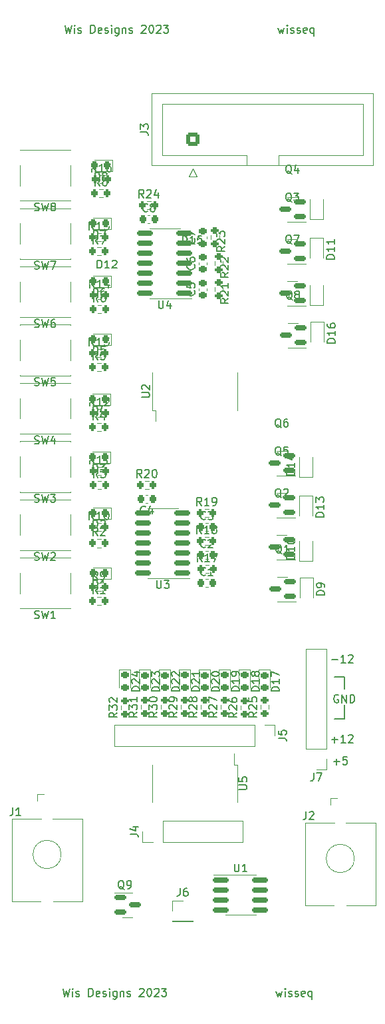
<source format=gbr>
%TF.GenerationSoftware,KiCad,Pcbnew,(6.0.5)*%
%TF.CreationDate,2023-02-22T06:39:24-08:00*%
%TF.ProjectId,wisseq,77697373-6571-42e6-9b69-6361645f7063,rev?*%
%TF.SameCoordinates,Original*%
%TF.FileFunction,Legend,Top*%
%TF.FilePolarity,Positive*%
%FSLAX46Y46*%
G04 Gerber Fmt 4.6, Leading zero omitted, Abs format (unit mm)*
G04 Created by KiCad (PCBNEW (6.0.5)) date 2023-02-22 06:39:24*
%MOMM*%
%LPD*%
G01*
G04 APERTURE LIST*
G04 Aperture macros list*
%AMRoundRect*
0 Rectangle with rounded corners*
0 $1 Rounding radius*
0 $2 $3 $4 $5 $6 $7 $8 $9 X,Y pos of 4 corners*
0 Add a 4 corners polygon primitive as box body*
4,1,4,$2,$3,$4,$5,$6,$7,$8,$9,$2,$3,0*
0 Add four circle primitives for the rounded corners*
1,1,$1+$1,$2,$3*
1,1,$1+$1,$4,$5*
1,1,$1+$1,$6,$7*
1,1,$1+$1,$8,$9*
0 Add four rect primitives between the rounded corners*
20,1,$1+$1,$2,$3,$4,$5,0*
20,1,$1+$1,$4,$5,$6,$7,0*
20,1,$1+$1,$6,$7,$8,$9,0*
20,1,$1+$1,$8,$9,$2,$3,0*%
G04 Aperture macros list end*
%ADD10C,0.150000*%
%ADD11C,0.120000*%
%ADD12R,0.800000X1.300000*%
%ADD13RoundRect,0.150000X0.825000X0.150000X-0.825000X0.150000X-0.825000X-0.150000X0.825000X-0.150000X0*%
%ADD14RoundRect,0.150000X-0.825000X-0.150000X0.825000X-0.150000X0.825000X0.150000X-0.825000X0.150000X0*%
%ADD15R,1.550000X1.300000*%
%ADD16RoundRect,0.200000X0.275000X-0.200000X0.275000X0.200000X-0.275000X0.200000X-0.275000X-0.200000X0*%
%ADD17RoundRect,0.200000X-0.200000X-0.275000X0.200000X-0.275000X0.200000X0.275000X-0.200000X0.275000X0*%
%ADD18RoundRect,0.150000X-0.587500X-0.150000X0.587500X-0.150000X0.587500X0.150000X-0.587500X0.150000X0*%
%ADD19RoundRect,0.150000X0.587500X0.150000X-0.587500X0.150000X-0.587500X-0.150000X0.587500X-0.150000X0*%
%ADD20R,1.700000X1.700000*%
%ADD21O,1.700000X1.700000*%
%ADD22RoundRect,0.250000X0.600000X-0.600000X0.600000X0.600000X-0.600000X0.600000X-0.600000X-0.600000X0*%
%ADD23C,1.700000*%
%ADD24R,1.930000X1.830000*%
%ADD25C,2.130000*%
%ADD26RoundRect,0.218750X-0.256250X0.218750X-0.256250X-0.218750X0.256250X-0.218750X0.256250X0.218750X0*%
%ADD27R,0.450000X0.600000*%
%ADD28RoundRect,0.218750X0.218750X0.256250X-0.218750X0.256250X-0.218750X-0.256250X0.218750X-0.256250X0*%
%ADD29RoundRect,0.225000X-0.225000X-0.250000X0.225000X-0.250000X0.225000X0.250000X-0.225000X0.250000X0*%
%ADD30RoundRect,0.225000X0.250000X-0.225000X0.250000X0.225000X-0.250000X0.225000X-0.250000X-0.225000X0*%
%ADD31RoundRect,0.225000X0.225000X0.250000X-0.225000X0.250000X-0.225000X-0.250000X0.225000X-0.250000X0*%
G04 APERTURE END LIST*
D10*
X56618476Y-22899714D02*
X56808952Y-23566380D01*
X56999428Y-23090190D01*
X57189904Y-23566380D01*
X57380380Y-22899714D01*
X57761333Y-23566380D02*
X57761333Y-22899714D01*
X57761333Y-22566380D02*
X57713714Y-22614000D01*
X57761333Y-22661619D01*
X57808952Y-22614000D01*
X57761333Y-22566380D01*
X57761333Y-22661619D01*
X58189904Y-23518761D02*
X58285142Y-23566380D01*
X58475619Y-23566380D01*
X58570857Y-23518761D01*
X58618476Y-23423523D01*
X58618476Y-23375904D01*
X58570857Y-23280666D01*
X58475619Y-23233047D01*
X58332761Y-23233047D01*
X58237523Y-23185428D01*
X58189904Y-23090190D01*
X58189904Y-23042571D01*
X58237523Y-22947333D01*
X58332761Y-22899714D01*
X58475619Y-22899714D01*
X58570857Y-22947333D01*
X58999428Y-23518761D02*
X59094666Y-23566380D01*
X59285142Y-23566380D01*
X59380380Y-23518761D01*
X59428000Y-23423523D01*
X59428000Y-23375904D01*
X59380380Y-23280666D01*
X59285142Y-23233047D01*
X59142285Y-23233047D01*
X59047047Y-23185428D01*
X58999428Y-23090190D01*
X58999428Y-23042571D01*
X59047047Y-22947333D01*
X59142285Y-22899714D01*
X59285142Y-22899714D01*
X59380380Y-22947333D01*
X60237523Y-23518761D02*
X60142285Y-23566380D01*
X59951809Y-23566380D01*
X59856571Y-23518761D01*
X59808952Y-23423523D01*
X59808952Y-23042571D01*
X59856571Y-22947333D01*
X59951809Y-22899714D01*
X60142285Y-22899714D01*
X60237523Y-22947333D01*
X60285142Y-23042571D01*
X60285142Y-23137809D01*
X59808952Y-23233047D01*
X61142285Y-22899714D02*
X61142285Y-23899714D01*
X61142285Y-23518761D02*
X61047047Y-23566380D01*
X60856571Y-23566380D01*
X60761333Y-23518761D01*
X60713714Y-23471142D01*
X60666095Y-23375904D01*
X60666095Y-23090190D01*
X60713714Y-22994952D01*
X60761333Y-22947333D01*
X60856571Y-22899714D01*
X61047047Y-22899714D01*
X61142285Y-22947333D01*
X29448952Y-22566380D02*
X29687047Y-23566380D01*
X29877523Y-22852095D01*
X30068000Y-23566380D01*
X30306095Y-22566380D01*
X30687047Y-23566380D02*
X30687047Y-22899714D01*
X30687047Y-22566380D02*
X30639428Y-22614000D01*
X30687047Y-22661619D01*
X30734666Y-22614000D01*
X30687047Y-22566380D01*
X30687047Y-22661619D01*
X31115619Y-23518761D02*
X31210857Y-23566380D01*
X31401333Y-23566380D01*
X31496571Y-23518761D01*
X31544190Y-23423523D01*
X31544190Y-23375904D01*
X31496571Y-23280666D01*
X31401333Y-23233047D01*
X31258476Y-23233047D01*
X31163238Y-23185428D01*
X31115619Y-23090190D01*
X31115619Y-23042571D01*
X31163238Y-22947333D01*
X31258476Y-22899714D01*
X31401333Y-22899714D01*
X31496571Y-22947333D01*
X32734666Y-23566380D02*
X32734666Y-22566380D01*
X32972761Y-22566380D01*
X33115619Y-22614000D01*
X33210857Y-22709238D01*
X33258476Y-22804476D01*
X33306095Y-22994952D01*
X33306095Y-23137809D01*
X33258476Y-23328285D01*
X33210857Y-23423523D01*
X33115619Y-23518761D01*
X32972761Y-23566380D01*
X32734666Y-23566380D01*
X34115619Y-23518761D02*
X34020380Y-23566380D01*
X33829904Y-23566380D01*
X33734666Y-23518761D01*
X33687047Y-23423523D01*
X33687047Y-23042571D01*
X33734666Y-22947333D01*
X33829904Y-22899714D01*
X34020380Y-22899714D01*
X34115619Y-22947333D01*
X34163238Y-23042571D01*
X34163238Y-23137809D01*
X33687047Y-23233047D01*
X34544190Y-23518761D02*
X34639428Y-23566380D01*
X34829904Y-23566380D01*
X34925142Y-23518761D01*
X34972761Y-23423523D01*
X34972761Y-23375904D01*
X34925142Y-23280666D01*
X34829904Y-23233047D01*
X34687047Y-23233047D01*
X34591809Y-23185428D01*
X34544190Y-23090190D01*
X34544190Y-23042571D01*
X34591809Y-22947333D01*
X34687047Y-22899714D01*
X34829904Y-22899714D01*
X34925142Y-22947333D01*
X35401333Y-23566380D02*
X35401333Y-22899714D01*
X35401333Y-22566380D02*
X35353714Y-22614000D01*
X35401333Y-22661619D01*
X35448952Y-22614000D01*
X35401333Y-22566380D01*
X35401333Y-22661619D01*
X36306095Y-22899714D02*
X36306095Y-23709238D01*
X36258476Y-23804476D01*
X36210857Y-23852095D01*
X36115619Y-23899714D01*
X35972761Y-23899714D01*
X35877523Y-23852095D01*
X36306095Y-23518761D02*
X36210857Y-23566380D01*
X36020380Y-23566380D01*
X35925142Y-23518761D01*
X35877523Y-23471142D01*
X35829904Y-23375904D01*
X35829904Y-23090190D01*
X35877523Y-22994952D01*
X35925142Y-22947333D01*
X36020380Y-22899714D01*
X36210857Y-22899714D01*
X36306095Y-22947333D01*
X36782285Y-22899714D02*
X36782285Y-23566380D01*
X36782285Y-22994952D02*
X36829904Y-22947333D01*
X36925142Y-22899714D01*
X37068000Y-22899714D01*
X37163238Y-22947333D01*
X37210857Y-23042571D01*
X37210857Y-23566380D01*
X37639428Y-23518761D02*
X37734666Y-23566380D01*
X37925142Y-23566380D01*
X38020380Y-23518761D01*
X38068000Y-23423523D01*
X38068000Y-23375904D01*
X38020380Y-23280666D01*
X37925142Y-23233047D01*
X37782285Y-23233047D01*
X37687047Y-23185428D01*
X37639428Y-23090190D01*
X37639428Y-23042571D01*
X37687047Y-22947333D01*
X37782285Y-22899714D01*
X37925142Y-22899714D01*
X38020380Y-22947333D01*
X39210857Y-22661619D02*
X39258476Y-22614000D01*
X39353714Y-22566380D01*
X39591809Y-22566380D01*
X39687047Y-22614000D01*
X39734666Y-22661619D01*
X39782285Y-22756857D01*
X39782285Y-22852095D01*
X39734666Y-22994952D01*
X39163238Y-23566380D01*
X39782285Y-23566380D01*
X40401333Y-22566380D02*
X40496571Y-22566380D01*
X40591809Y-22614000D01*
X40639428Y-22661619D01*
X40687047Y-22756857D01*
X40734666Y-22947333D01*
X40734666Y-23185428D01*
X40687047Y-23375904D01*
X40639428Y-23471142D01*
X40591809Y-23518761D01*
X40496571Y-23566380D01*
X40401333Y-23566380D01*
X40306095Y-23518761D01*
X40258476Y-23471142D01*
X40210857Y-23375904D01*
X40163238Y-23185428D01*
X40163238Y-22947333D01*
X40210857Y-22756857D01*
X40258476Y-22661619D01*
X40306095Y-22614000D01*
X40401333Y-22566380D01*
X41115619Y-22661619D02*
X41163238Y-22614000D01*
X41258476Y-22566380D01*
X41496571Y-22566380D01*
X41591809Y-22614000D01*
X41639428Y-22661619D01*
X41687047Y-22756857D01*
X41687047Y-22852095D01*
X41639428Y-22994952D01*
X41068000Y-23566380D01*
X41687047Y-23566380D01*
X42020380Y-22566380D02*
X42639428Y-22566380D01*
X42306095Y-22947333D01*
X42448952Y-22947333D01*
X42544190Y-22994952D01*
X42591809Y-23042571D01*
X42639428Y-23137809D01*
X42639428Y-23375904D01*
X42591809Y-23471142D01*
X42544190Y-23518761D01*
X42448952Y-23566380D01*
X42163238Y-23566380D01*
X42068000Y-23518761D01*
X42020380Y-23471142D01*
X56364476Y-145327714D02*
X56554952Y-145994380D01*
X56745428Y-145518190D01*
X56935904Y-145994380D01*
X57126380Y-145327714D01*
X57507333Y-145994380D02*
X57507333Y-145327714D01*
X57507333Y-144994380D02*
X57459714Y-145042000D01*
X57507333Y-145089619D01*
X57554952Y-145042000D01*
X57507333Y-144994380D01*
X57507333Y-145089619D01*
X57935904Y-145946761D02*
X58031142Y-145994380D01*
X58221619Y-145994380D01*
X58316857Y-145946761D01*
X58364476Y-145851523D01*
X58364476Y-145803904D01*
X58316857Y-145708666D01*
X58221619Y-145661047D01*
X58078761Y-145661047D01*
X57983523Y-145613428D01*
X57935904Y-145518190D01*
X57935904Y-145470571D01*
X57983523Y-145375333D01*
X58078761Y-145327714D01*
X58221619Y-145327714D01*
X58316857Y-145375333D01*
X58745428Y-145946761D02*
X58840666Y-145994380D01*
X59031142Y-145994380D01*
X59126380Y-145946761D01*
X59174000Y-145851523D01*
X59174000Y-145803904D01*
X59126380Y-145708666D01*
X59031142Y-145661047D01*
X58888285Y-145661047D01*
X58793047Y-145613428D01*
X58745428Y-145518190D01*
X58745428Y-145470571D01*
X58793047Y-145375333D01*
X58888285Y-145327714D01*
X59031142Y-145327714D01*
X59126380Y-145375333D01*
X59983523Y-145946761D02*
X59888285Y-145994380D01*
X59697809Y-145994380D01*
X59602571Y-145946761D01*
X59554952Y-145851523D01*
X59554952Y-145470571D01*
X59602571Y-145375333D01*
X59697809Y-145327714D01*
X59888285Y-145327714D01*
X59983523Y-145375333D01*
X60031142Y-145470571D01*
X60031142Y-145565809D01*
X59554952Y-145661047D01*
X60888285Y-145327714D02*
X60888285Y-146327714D01*
X60888285Y-145946761D02*
X60793047Y-145994380D01*
X60602571Y-145994380D01*
X60507333Y-145946761D01*
X60459714Y-145899142D01*
X60412095Y-145803904D01*
X60412095Y-145518190D01*
X60459714Y-145422952D01*
X60507333Y-145375333D01*
X60602571Y-145327714D01*
X60793047Y-145327714D01*
X60888285Y-145375333D01*
X29194952Y-144994380D02*
X29433047Y-145994380D01*
X29623523Y-145280095D01*
X29814000Y-145994380D01*
X30052095Y-144994380D01*
X30433047Y-145994380D02*
X30433047Y-145327714D01*
X30433047Y-144994380D02*
X30385428Y-145042000D01*
X30433047Y-145089619D01*
X30480666Y-145042000D01*
X30433047Y-144994380D01*
X30433047Y-145089619D01*
X30861619Y-145946761D02*
X30956857Y-145994380D01*
X31147333Y-145994380D01*
X31242571Y-145946761D01*
X31290190Y-145851523D01*
X31290190Y-145803904D01*
X31242571Y-145708666D01*
X31147333Y-145661047D01*
X31004476Y-145661047D01*
X30909238Y-145613428D01*
X30861619Y-145518190D01*
X30861619Y-145470571D01*
X30909238Y-145375333D01*
X31004476Y-145327714D01*
X31147333Y-145327714D01*
X31242571Y-145375333D01*
X32480666Y-145994380D02*
X32480666Y-144994380D01*
X32718761Y-144994380D01*
X32861619Y-145042000D01*
X32956857Y-145137238D01*
X33004476Y-145232476D01*
X33052095Y-145422952D01*
X33052095Y-145565809D01*
X33004476Y-145756285D01*
X32956857Y-145851523D01*
X32861619Y-145946761D01*
X32718761Y-145994380D01*
X32480666Y-145994380D01*
X33861619Y-145946761D02*
X33766380Y-145994380D01*
X33575904Y-145994380D01*
X33480666Y-145946761D01*
X33433047Y-145851523D01*
X33433047Y-145470571D01*
X33480666Y-145375333D01*
X33575904Y-145327714D01*
X33766380Y-145327714D01*
X33861619Y-145375333D01*
X33909238Y-145470571D01*
X33909238Y-145565809D01*
X33433047Y-145661047D01*
X34290190Y-145946761D02*
X34385428Y-145994380D01*
X34575904Y-145994380D01*
X34671142Y-145946761D01*
X34718761Y-145851523D01*
X34718761Y-145803904D01*
X34671142Y-145708666D01*
X34575904Y-145661047D01*
X34433047Y-145661047D01*
X34337809Y-145613428D01*
X34290190Y-145518190D01*
X34290190Y-145470571D01*
X34337809Y-145375333D01*
X34433047Y-145327714D01*
X34575904Y-145327714D01*
X34671142Y-145375333D01*
X35147333Y-145994380D02*
X35147333Y-145327714D01*
X35147333Y-144994380D02*
X35099714Y-145042000D01*
X35147333Y-145089619D01*
X35194952Y-145042000D01*
X35147333Y-144994380D01*
X35147333Y-145089619D01*
X36052095Y-145327714D02*
X36052095Y-146137238D01*
X36004476Y-146232476D01*
X35956857Y-146280095D01*
X35861619Y-146327714D01*
X35718761Y-146327714D01*
X35623523Y-146280095D01*
X36052095Y-145946761D02*
X35956857Y-145994380D01*
X35766380Y-145994380D01*
X35671142Y-145946761D01*
X35623523Y-145899142D01*
X35575904Y-145803904D01*
X35575904Y-145518190D01*
X35623523Y-145422952D01*
X35671142Y-145375333D01*
X35766380Y-145327714D01*
X35956857Y-145327714D01*
X36052095Y-145375333D01*
X36528285Y-145327714D02*
X36528285Y-145994380D01*
X36528285Y-145422952D02*
X36575904Y-145375333D01*
X36671142Y-145327714D01*
X36814000Y-145327714D01*
X36909238Y-145375333D01*
X36956857Y-145470571D01*
X36956857Y-145994380D01*
X37385428Y-145946761D02*
X37480666Y-145994380D01*
X37671142Y-145994380D01*
X37766380Y-145946761D01*
X37814000Y-145851523D01*
X37814000Y-145803904D01*
X37766380Y-145708666D01*
X37671142Y-145661047D01*
X37528285Y-145661047D01*
X37433047Y-145613428D01*
X37385428Y-145518190D01*
X37385428Y-145470571D01*
X37433047Y-145375333D01*
X37528285Y-145327714D01*
X37671142Y-145327714D01*
X37766380Y-145375333D01*
X38956857Y-145089619D02*
X39004476Y-145042000D01*
X39099714Y-144994380D01*
X39337809Y-144994380D01*
X39433047Y-145042000D01*
X39480666Y-145089619D01*
X39528285Y-145184857D01*
X39528285Y-145280095D01*
X39480666Y-145422952D01*
X38909238Y-145994380D01*
X39528285Y-145994380D01*
X40147333Y-144994380D02*
X40242571Y-144994380D01*
X40337809Y-145042000D01*
X40385428Y-145089619D01*
X40433047Y-145184857D01*
X40480666Y-145375333D01*
X40480666Y-145613428D01*
X40433047Y-145803904D01*
X40385428Y-145899142D01*
X40337809Y-145946761D01*
X40242571Y-145994380D01*
X40147333Y-145994380D01*
X40052095Y-145946761D01*
X40004476Y-145899142D01*
X39956857Y-145803904D01*
X39909238Y-145613428D01*
X39909238Y-145375333D01*
X39956857Y-145184857D01*
X40004476Y-145089619D01*
X40052095Y-145042000D01*
X40147333Y-144994380D01*
X40861619Y-145089619D02*
X40909238Y-145042000D01*
X41004476Y-144994380D01*
X41242571Y-144994380D01*
X41337809Y-145042000D01*
X41385428Y-145089619D01*
X41433047Y-145184857D01*
X41433047Y-145280095D01*
X41385428Y-145422952D01*
X40814000Y-145994380D01*
X41433047Y-145994380D01*
X41766380Y-144994380D02*
X42385428Y-144994380D01*
X42052095Y-145375333D01*
X42194952Y-145375333D01*
X42290190Y-145422952D01*
X42337809Y-145470571D01*
X42385428Y-145565809D01*
X42385428Y-145803904D01*
X42337809Y-145899142D01*
X42290190Y-145946761D01*
X42194952Y-145994380D01*
X41909238Y-145994380D01*
X41814000Y-145946761D01*
X41766380Y-145899142D01*
X65024000Y-110744000D02*
X65024000Y-108966000D01*
X63754000Y-110744000D02*
X65024000Y-110744000D01*
X65024000Y-105410000D02*
X63754000Y-105410000D01*
X65024000Y-106934000D02*
X65024000Y-105410000D01*
X64262095Y-107704000D02*
X64166857Y-107656380D01*
X64024000Y-107656380D01*
X63881142Y-107704000D01*
X63785904Y-107799238D01*
X63738285Y-107894476D01*
X63690666Y-108084952D01*
X63690666Y-108227809D01*
X63738285Y-108418285D01*
X63785904Y-108513523D01*
X63881142Y-108608761D01*
X64024000Y-108656380D01*
X64119238Y-108656380D01*
X64262095Y-108608761D01*
X64309714Y-108561142D01*
X64309714Y-108227809D01*
X64119238Y-108227809D01*
X64738285Y-108656380D02*
X64738285Y-107656380D01*
X65309714Y-108656380D01*
X65309714Y-107656380D01*
X65785904Y-108656380D02*
X65785904Y-107656380D01*
X66024000Y-107656380D01*
X66166857Y-107704000D01*
X66262095Y-107799238D01*
X66309714Y-107894476D01*
X66357333Y-108084952D01*
X66357333Y-108227809D01*
X66309714Y-108418285D01*
X66262095Y-108513523D01*
X66166857Y-108608761D01*
X66024000Y-108656380D01*
X65785904Y-108656380D01*
X63658857Y-116149428D02*
X64420761Y-116149428D01*
X64039809Y-116530380D02*
X64039809Y-115768476D01*
X65373142Y-115530380D02*
X64896952Y-115530380D01*
X64849333Y-116006571D01*
X64896952Y-115958952D01*
X64992190Y-115911333D01*
X65230285Y-115911333D01*
X65325523Y-115958952D01*
X65373142Y-116006571D01*
X65420761Y-116101809D01*
X65420761Y-116339904D01*
X65373142Y-116435142D01*
X65325523Y-116482761D01*
X65230285Y-116530380D01*
X64992190Y-116530380D01*
X64896952Y-116482761D01*
X64849333Y-116435142D01*
X63436666Y-113355428D02*
X64198571Y-113355428D01*
X63817619Y-113736380D02*
X63817619Y-112974476D01*
X65198571Y-113736380D02*
X64627142Y-113736380D01*
X64912857Y-113736380D02*
X64912857Y-112736380D01*
X64817619Y-112879238D01*
X64722380Y-112974476D01*
X64627142Y-113022095D01*
X65579523Y-112831619D02*
X65627142Y-112784000D01*
X65722380Y-112736380D01*
X65960476Y-112736380D01*
X66055714Y-112784000D01*
X66103333Y-112831619D01*
X66150952Y-112926857D01*
X66150952Y-113022095D01*
X66103333Y-113164952D01*
X65531904Y-113736380D01*
X66150952Y-113736380D01*
X63436666Y-103195428D02*
X64198571Y-103195428D01*
X65198571Y-103576380D02*
X64627142Y-103576380D01*
X64912857Y-103576380D02*
X64912857Y-102576380D01*
X64817619Y-102719238D01*
X64722380Y-102814476D01*
X64627142Y-102862095D01*
X65579523Y-102671619D02*
X65627142Y-102624000D01*
X65722380Y-102576380D01*
X65960476Y-102576380D01*
X66055714Y-102624000D01*
X66103333Y-102671619D01*
X66150952Y-102766857D01*
X66150952Y-102862095D01*
X66103333Y-103004952D01*
X65531904Y-103576380D01*
X66150952Y-103576380D01*
%TO.C,U5*%
X51626380Y-119696904D02*
X52435904Y-119696904D01*
X52531142Y-119649285D01*
X52578761Y-119601666D01*
X52626380Y-119506428D01*
X52626380Y-119315952D01*
X52578761Y-119220714D01*
X52531142Y-119173095D01*
X52435904Y-119125476D01*
X51626380Y-119125476D01*
X51626380Y-118173095D02*
X51626380Y-118649285D01*
X52102571Y-118696904D01*
X52054952Y-118649285D01*
X52007333Y-118554047D01*
X52007333Y-118315952D01*
X52054952Y-118220714D01*
X52102571Y-118173095D01*
X52197809Y-118125476D01*
X52435904Y-118125476D01*
X52531142Y-118173095D01*
X52578761Y-118220714D01*
X52626380Y-118315952D01*
X52626380Y-118554047D01*
X52578761Y-118649285D01*
X52531142Y-118696904D01*
%TO.C,U4*%
X41402095Y-57564380D02*
X41402095Y-58373904D01*
X41449714Y-58469142D01*
X41497333Y-58516761D01*
X41592571Y-58564380D01*
X41783047Y-58564380D01*
X41878285Y-58516761D01*
X41925904Y-58469142D01*
X41973523Y-58373904D01*
X41973523Y-57564380D01*
X42878285Y-57897714D02*
X42878285Y-58564380D01*
X42640190Y-57516761D02*
X42402095Y-58231047D01*
X43021142Y-58231047D01*
%TO.C,U3*%
X41148095Y-93124380D02*
X41148095Y-93933904D01*
X41195714Y-94029142D01*
X41243333Y-94076761D01*
X41338571Y-94124380D01*
X41529047Y-94124380D01*
X41624285Y-94076761D01*
X41671904Y-94029142D01*
X41719523Y-93933904D01*
X41719523Y-93124380D01*
X42100476Y-93124380D02*
X42719523Y-93124380D01*
X42386190Y-93505333D01*
X42529047Y-93505333D01*
X42624285Y-93552952D01*
X42671904Y-93600571D01*
X42719523Y-93695809D01*
X42719523Y-93933904D01*
X42671904Y-94029142D01*
X42624285Y-94076761D01*
X42529047Y-94124380D01*
X42243333Y-94124380D01*
X42148095Y-94076761D01*
X42100476Y-94029142D01*
%TO.C,U2*%
X39226380Y-69849904D02*
X40035904Y-69849904D01*
X40131142Y-69802285D01*
X40178761Y-69754666D01*
X40226380Y-69659428D01*
X40226380Y-69468952D01*
X40178761Y-69373714D01*
X40131142Y-69326095D01*
X40035904Y-69278476D01*
X39226380Y-69278476D01*
X39321619Y-68849904D02*
X39274000Y-68802285D01*
X39226380Y-68707047D01*
X39226380Y-68468952D01*
X39274000Y-68373714D01*
X39321619Y-68326095D01*
X39416857Y-68278476D01*
X39512095Y-68278476D01*
X39654952Y-68326095D01*
X40226380Y-68897523D01*
X40226380Y-68278476D01*
%TO.C,U1*%
X51054095Y-129148380D02*
X51054095Y-129957904D01*
X51101714Y-130053142D01*
X51149333Y-130100761D01*
X51244571Y-130148380D01*
X51435047Y-130148380D01*
X51530285Y-130100761D01*
X51577904Y-130053142D01*
X51625523Y-129957904D01*
X51625523Y-129148380D01*
X52625523Y-130148380D02*
X52054095Y-130148380D01*
X52339809Y-130148380D02*
X52339809Y-129148380D01*
X52244571Y-129291238D01*
X52149333Y-129386476D01*
X52054095Y-129434095D01*
%TO.C,SW8*%
X25590666Y-46110761D02*
X25733523Y-46158380D01*
X25971619Y-46158380D01*
X26066857Y-46110761D01*
X26114476Y-46063142D01*
X26162095Y-45967904D01*
X26162095Y-45872666D01*
X26114476Y-45777428D01*
X26066857Y-45729809D01*
X25971619Y-45682190D01*
X25781142Y-45634571D01*
X25685904Y-45586952D01*
X25638285Y-45539333D01*
X25590666Y-45444095D01*
X25590666Y-45348857D01*
X25638285Y-45253619D01*
X25685904Y-45206000D01*
X25781142Y-45158380D01*
X26019238Y-45158380D01*
X26162095Y-45206000D01*
X26495428Y-45158380D02*
X26733523Y-46158380D01*
X26924000Y-45444095D01*
X27114476Y-46158380D01*
X27352571Y-45158380D01*
X27876380Y-45586952D02*
X27781142Y-45539333D01*
X27733523Y-45491714D01*
X27685904Y-45396476D01*
X27685904Y-45348857D01*
X27733523Y-45253619D01*
X27781142Y-45206000D01*
X27876380Y-45158380D01*
X28066857Y-45158380D01*
X28162095Y-45206000D01*
X28209714Y-45253619D01*
X28257333Y-45348857D01*
X28257333Y-45396476D01*
X28209714Y-45491714D01*
X28162095Y-45539333D01*
X28066857Y-45586952D01*
X27876380Y-45586952D01*
X27781142Y-45634571D01*
X27733523Y-45682190D01*
X27685904Y-45777428D01*
X27685904Y-45967904D01*
X27733523Y-46063142D01*
X27781142Y-46110761D01*
X27876380Y-46158380D01*
X28066857Y-46158380D01*
X28162095Y-46110761D01*
X28209714Y-46063142D01*
X28257333Y-45967904D01*
X28257333Y-45777428D01*
X28209714Y-45682190D01*
X28162095Y-45634571D01*
X28066857Y-45586952D01*
%TO.C,SW7*%
X25590666Y-53513046D02*
X25733523Y-53560665D01*
X25971619Y-53560665D01*
X26066857Y-53513046D01*
X26114476Y-53465427D01*
X26162095Y-53370189D01*
X26162095Y-53274951D01*
X26114476Y-53179713D01*
X26066857Y-53132094D01*
X25971619Y-53084475D01*
X25781142Y-53036856D01*
X25685904Y-52989237D01*
X25638285Y-52941618D01*
X25590666Y-52846380D01*
X25590666Y-52751142D01*
X25638285Y-52655904D01*
X25685904Y-52608285D01*
X25781142Y-52560665D01*
X26019238Y-52560665D01*
X26162095Y-52608285D01*
X26495428Y-52560665D02*
X26733523Y-53560665D01*
X26924000Y-52846380D01*
X27114476Y-53560665D01*
X27352571Y-52560665D01*
X27638285Y-52560665D02*
X28304952Y-52560665D01*
X27876380Y-53560665D01*
%TO.C,SW6*%
X25590666Y-60915331D02*
X25733523Y-60962950D01*
X25971619Y-60962950D01*
X26066857Y-60915331D01*
X26114476Y-60867712D01*
X26162095Y-60772474D01*
X26162095Y-60677236D01*
X26114476Y-60581998D01*
X26066857Y-60534379D01*
X25971619Y-60486760D01*
X25781142Y-60439141D01*
X25685904Y-60391522D01*
X25638285Y-60343903D01*
X25590666Y-60248665D01*
X25590666Y-60153427D01*
X25638285Y-60058189D01*
X25685904Y-60010570D01*
X25781142Y-59962950D01*
X26019238Y-59962950D01*
X26162095Y-60010570D01*
X26495428Y-59962950D02*
X26733523Y-60962950D01*
X26924000Y-60248665D01*
X27114476Y-60962950D01*
X27352571Y-59962950D01*
X28162095Y-59962950D02*
X27971619Y-59962950D01*
X27876380Y-60010570D01*
X27828761Y-60058189D01*
X27733523Y-60201046D01*
X27685904Y-60391522D01*
X27685904Y-60772474D01*
X27733523Y-60867712D01*
X27781142Y-60915331D01*
X27876380Y-60962950D01*
X28066857Y-60962950D01*
X28162095Y-60915331D01*
X28209714Y-60867712D01*
X28257333Y-60772474D01*
X28257333Y-60534379D01*
X28209714Y-60439141D01*
X28162095Y-60391522D01*
X28066857Y-60343903D01*
X27876380Y-60343903D01*
X27781142Y-60391522D01*
X27733523Y-60439141D01*
X27685904Y-60534379D01*
%TO.C,SW5*%
X25590666Y-68317616D02*
X25733523Y-68365235D01*
X25971619Y-68365235D01*
X26066857Y-68317616D01*
X26114476Y-68269997D01*
X26162095Y-68174759D01*
X26162095Y-68079521D01*
X26114476Y-67984283D01*
X26066857Y-67936664D01*
X25971619Y-67889045D01*
X25781142Y-67841426D01*
X25685904Y-67793807D01*
X25638285Y-67746188D01*
X25590666Y-67650950D01*
X25590666Y-67555712D01*
X25638285Y-67460474D01*
X25685904Y-67412855D01*
X25781142Y-67365235D01*
X26019238Y-67365235D01*
X26162095Y-67412855D01*
X26495428Y-67365235D02*
X26733523Y-68365235D01*
X26924000Y-67650950D01*
X27114476Y-68365235D01*
X27352571Y-67365235D01*
X28209714Y-67365235D02*
X27733523Y-67365235D01*
X27685904Y-67841426D01*
X27733523Y-67793807D01*
X27828761Y-67746188D01*
X28066857Y-67746188D01*
X28162095Y-67793807D01*
X28209714Y-67841426D01*
X28257333Y-67936664D01*
X28257333Y-68174759D01*
X28209714Y-68269997D01*
X28162095Y-68317616D01*
X28066857Y-68365235D01*
X27828761Y-68365235D01*
X27733523Y-68317616D01*
X27685904Y-68269997D01*
%TO.C,SW4*%
X25590666Y-75719901D02*
X25733523Y-75767520D01*
X25971619Y-75767520D01*
X26066857Y-75719901D01*
X26114476Y-75672282D01*
X26162095Y-75577044D01*
X26162095Y-75481806D01*
X26114476Y-75386568D01*
X26066857Y-75338949D01*
X25971619Y-75291330D01*
X25781142Y-75243711D01*
X25685904Y-75196092D01*
X25638285Y-75148473D01*
X25590666Y-75053235D01*
X25590666Y-74957997D01*
X25638285Y-74862759D01*
X25685904Y-74815140D01*
X25781142Y-74767520D01*
X26019238Y-74767520D01*
X26162095Y-74815140D01*
X26495428Y-74767520D02*
X26733523Y-75767520D01*
X26924000Y-75053235D01*
X27114476Y-75767520D01*
X27352571Y-74767520D01*
X28162095Y-75100854D02*
X28162095Y-75767520D01*
X27924000Y-74719901D02*
X27685904Y-75434187D01*
X28304952Y-75434187D01*
%TO.C,SW3*%
X25590666Y-83122186D02*
X25733523Y-83169805D01*
X25971619Y-83169805D01*
X26066857Y-83122186D01*
X26114476Y-83074567D01*
X26162095Y-82979329D01*
X26162095Y-82884091D01*
X26114476Y-82788853D01*
X26066857Y-82741234D01*
X25971619Y-82693615D01*
X25781142Y-82645996D01*
X25685904Y-82598377D01*
X25638285Y-82550758D01*
X25590666Y-82455520D01*
X25590666Y-82360282D01*
X25638285Y-82265044D01*
X25685904Y-82217425D01*
X25781142Y-82169805D01*
X26019238Y-82169805D01*
X26162095Y-82217425D01*
X26495428Y-82169805D02*
X26733523Y-83169805D01*
X26924000Y-82455520D01*
X27114476Y-83169805D01*
X27352571Y-82169805D01*
X27638285Y-82169805D02*
X28257333Y-82169805D01*
X27924000Y-82550758D01*
X28066857Y-82550758D01*
X28162095Y-82598377D01*
X28209714Y-82645996D01*
X28257333Y-82741234D01*
X28257333Y-82979329D01*
X28209714Y-83074567D01*
X28162095Y-83122186D01*
X28066857Y-83169805D01*
X27781142Y-83169805D01*
X27685904Y-83122186D01*
X27638285Y-83074567D01*
%TO.C,SW2*%
X25590666Y-90524471D02*
X25733523Y-90572090D01*
X25971619Y-90572090D01*
X26066857Y-90524471D01*
X26114476Y-90476852D01*
X26162095Y-90381614D01*
X26162095Y-90286376D01*
X26114476Y-90191138D01*
X26066857Y-90143519D01*
X25971619Y-90095900D01*
X25781142Y-90048281D01*
X25685904Y-90000662D01*
X25638285Y-89953043D01*
X25590666Y-89857805D01*
X25590666Y-89762567D01*
X25638285Y-89667329D01*
X25685904Y-89619710D01*
X25781142Y-89572090D01*
X26019238Y-89572090D01*
X26162095Y-89619710D01*
X26495428Y-89572090D02*
X26733523Y-90572090D01*
X26924000Y-89857805D01*
X27114476Y-90572090D01*
X27352571Y-89572090D01*
X27685904Y-89667329D02*
X27733523Y-89619710D01*
X27828761Y-89572090D01*
X28066857Y-89572090D01*
X28162095Y-89619710D01*
X28209714Y-89667329D01*
X28257333Y-89762567D01*
X28257333Y-89857805D01*
X28209714Y-90000662D01*
X27638285Y-90572090D01*
X28257333Y-90572090D01*
%TO.C,SW1*%
X25590666Y-97926761D02*
X25733523Y-97974380D01*
X25971619Y-97974380D01*
X26066857Y-97926761D01*
X26114476Y-97879142D01*
X26162095Y-97783904D01*
X26162095Y-97688666D01*
X26114476Y-97593428D01*
X26066857Y-97545809D01*
X25971619Y-97498190D01*
X25781142Y-97450571D01*
X25685904Y-97402952D01*
X25638285Y-97355333D01*
X25590666Y-97260095D01*
X25590666Y-97164857D01*
X25638285Y-97069619D01*
X25685904Y-97022000D01*
X25781142Y-96974380D01*
X26019238Y-96974380D01*
X26162095Y-97022000D01*
X26495428Y-96974380D02*
X26733523Y-97974380D01*
X26924000Y-97260095D01*
X27114476Y-97974380D01*
X27352571Y-96974380D01*
X28257333Y-97974380D02*
X27685904Y-97974380D01*
X27971619Y-97974380D02*
X27971619Y-96974380D01*
X27876380Y-97117238D01*
X27781142Y-97212476D01*
X27685904Y-97260095D01*
%TO.C,R32*%
X36106380Y-109925857D02*
X35630190Y-110259190D01*
X36106380Y-110497285D02*
X35106380Y-110497285D01*
X35106380Y-110116333D01*
X35154000Y-110021095D01*
X35201619Y-109973476D01*
X35296857Y-109925857D01*
X35439714Y-109925857D01*
X35534952Y-109973476D01*
X35582571Y-110021095D01*
X35630190Y-110116333D01*
X35630190Y-110497285D01*
X35106380Y-109592523D02*
X35106380Y-108973476D01*
X35487333Y-109306809D01*
X35487333Y-109163952D01*
X35534952Y-109068714D01*
X35582571Y-109021095D01*
X35677809Y-108973476D01*
X35915904Y-108973476D01*
X36011142Y-109021095D01*
X36058761Y-109068714D01*
X36106380Y-109163952D01*
X36106380Y-109449666D01*
X36058761Y-109544904D01*
X36011142Y-109592523D01*
X35201619Y-108592523D02*
X35154000Y-108544904D01*
X35106380Y-108449666D01*
X35106380Y-108211571D01*
X35154000Y-108116333D01*
X35201619Y-108068714D01*
X35296857Y-108021095D01*
X35392095Y-108021095D01*
X35534952Y-108068714D01*
X36106380Y-108640142D01*
X36106380Y-108021095D01*
%TO.C,R31*%
X38646380Y-109862857D02*
X38170190Y-110196190D01*
X38646380Y-110434285D02*
X37646380Y-110434285D01*
X37646380Y-110053333D01*
X37694000Y-109958095D01*
X37741619Y-109910476D01*
X37836857Y-109862857D01*
X37979714Y-109862857D01*
X38074952Y-109910476D01*
X38122571Y-109958095D01*
X38170190Y-110053333D01*
X38170190Y-110434285D01*
X37646380Y-109529523D02*
X37646380Y-108910476D01*
X38027333Y-109243809D01*
X38027333Y-109100952D01*
X38074952Y-109005714D01*
X38122571Y-108958095D01*
X38217809Y-108910476D01*
X38455904Y-108910476D01*
X38551142Y-108958095D01*
X38598761Y-109005714D01*
X38646380Y-109100952D01*
X38646380Y-109386666D01*
X38598761Y-109481904D01*
X38551142Y-109529523D01*
X38646380Y-107958095D02*
X38646380Y-108529523D01*
X38646380Y-108243809D02*
X37646380Y-108243809D01*
X37789238Y-108339047D01*
X37884476Y-108434285D01*
X37932095Y-108529523D01*
%TO.C,R30*%
X41186380Y-109862857D02*
X40710190Y-110196190D01*
X41186380Y-110434285D02*
X40186380Y-110434285D01*
X40186380Y-110053333D01*
X40234000Y-109958095D01*
X40281619Y-109910476D01*
X40376857Y-109862857D01*
X40519714Y-109862857D01*
X40614952Y-109910476D01*
X40662571Y-109958095D01*
X40710190Y-110053333D01*
X40710190Y-110434285D01*
X40186380Y-109529523D02*
X40186380Y-108910476D01*
X40567333Y-109243809D01*
X40567333Y-109100952D01*
X40614952Y-109005714D01*
X40662571Y-108958095D01*
X40757809Y-108910476D01*
X40995904Y-108910476D01*
X41091142Y-108958095D01*
X41138761Y-109005714D01*
X41186380Y-109100952D01*
X41186380Y-109386666D01*
X41138761Y-109481904D01*
X41091142Y-109529523D01*
X40186380Y-108291428D02*
X40186380Y-108196190D01*
X40234000Y-108100952D01*
X40281619Y-108053333D01*
X40376857Y-108005714D01*
X40567333Y-107958095D01*
X40805428Y-107958095D01*
X40995904Y-108005714D01*
X41091142Y-108053333D01*
X41138761Y-108100952D01*
X41186380Y-108196190D01*
X41186380Y-108291428D01*
X41138761Y-108386666D01*
X41091142Y-108434285D01*
X40995904Y-108481904D01*
X40805428Y-108529523D01*
X40567333Y-108529523D01*
X40376857Y-108481904D01*
X40281619Y-108434285D01*
X40234000Y-108386666D01*
X40186380Y-108291428D01*
%TO.C,R29*%
X43726380Y-109862857D02*
X43250190Y-110196190D01*
X43726380Y-110434285D02*
X42726380Y-110434285D01*
X42726380Y-110053333D01*
X42774000Y-109958095D01*
X42821619Y-109910476D01*
X42916857Y-109862857D01*
X43059714Y-109862857D01*
X43154952Y-109910476D01*
X43202571Y-109958095D01*
X43250190Y-110053333D01*
X43250190Y-110434285D01*
X42821619Y-109481904D02*
X42774000Y-109434285D01*
X42726380Y-109339047D01*
X42726380Y-109100952D01*
X42774000Y-109005714D01*
X42821619Y-108958095D01*
X42916857Y-108910476D01*
X43012095Y-108910476D01*
X43154952Y-108958095D01*
X43726380Y-109529523D01*
X43726380Y-108910476D01*
X43726380Y-108434285D02*
X43726380Y-108243809D01*
X43678761Y-108148571D01*
X43631142Y-108100952D01*
X43488285Y-108005714D01*
X43297809Y-107958095D01*
X42916857Y-107958095D01*
X42821619Y-108005714D01*
X42774000Y-108053333D01*
X42726380Y-108148571D01*
X42726380Y-108339047D01*
X42774000Y-108434285D01*
X42821619Y-108481904D01*
X42916857Y-108529523D01*
X43154952Y-108529523D01*
X43250190Y-108481904D01*
X43297809Y-108434285D01*
X43345428Y-108339047D01*
X43345428Y-108148571D01*
X43297809Y-108053333D01*
X43250190Y-108005714D01*
X43154952Y-107958095D01*
%TO.C,R28*%
X46266380Y-109862857D02*
X45790190Y-110196190D01*
X46266380Y-110434285D02*
X45266380Y-110434285D01*
X45266380Y-110053333D01*
X45314000Y-109958095D01*
X45361619Y-109910476D01*
X45456857Y-109862857D01*
X45599714Y-109862857D01*
X45694952Y-109910476D01*
X45742571Y-109958095D01*
X45790190Y-110053333D01*
X45790190Y-110434285D01*
X45361619Y-109481904D02*
X45314000Y-109434285D01*
X45266380Y-109339047D01*
X45266380Y-109100952D01*
X45314000Y-109005714D01*
X45361619Y-108958095D01*
X45456857Y-108910476D01*
X45552095Y-108910476D01*
X45694952Y-108958095D01*
X46266380Y-109529523D01*
X46266380Y-108910476D01*
X45694952Y-108339047D02*
X45647333Y-108434285D01*
X45599714Y-108481904D01*
X45504476Y-108529523D01*
X45456857Y-108529523D01*
X45361619Y-108481904D01*
X45314000Y-108434285D01*
X45266380Y-108339047D01*
X45266380Y-108148571D01*
X45314000Y-108053333D01*
X45361619Y-108005714D01*
X45456857Y-107958095D01*
X45504476Y-107958095D01*
X45599714Y-108005714D01*
X45647333Y-108053333D01*
X45694952Y-108148571D01*
X45694952Y-108339047D01*
X45742571Y-108434285D01*
X45790190Y-108481904D01*
X45885428Y-108529523D01*
X46075904Y-108529523D01*
X46171142Y-108481904D01*
X46218761Y-108434285D01*
X46266380Y-108339047D01*
X46266380Y-108148571D01*
X46218761Y-108053333D01*
X46171142Y-108005714D01*
X46075904Y-107958095D01*
X45885428Y-107958095D01*
X45790190Y-108005714D01*
X45742571Y-108053333D01*
X45694952Y-108148571D01*
%TO.C,R27*%
X48806380Y-109862857D02*
X48330190Y-110196190D01*
X48806380Y-110434285D02*
X47806380Y-110434285D01*
X47806380Y-110053333D01*
X47854000Y-109958095D01*
X47901619Y-109910476D01*
X47996857Y-109862857D01*
X48139714Y-109862857D01*
X48234952Y-109910476D01*
X48282571Y-109958095D01*
X48330190Y-110053333D01*
X48330190Y-110434285D01*
X47901619Y-109481904D02*
X47854000Y-109434285D01*
X47806380Y-109339047D01*
X47806380Y-109100952D01*
X47854000Y-109005714D01*
X47901619Y-108958095D01*
X47996857Y-108910476D01*
X48092095Y-108910476D01*
X48234952Y-108958095D01*
X48806380Y-109529523D01*
X48806380Y-108910476D01*
X47806380Y-108577142D02*
X47806380Y-107910476D01*
X48806380Y-108339047D01*
%TO.C,R26*%
X51346380Y-109925857D02*
X50870190Y-110259190D01*
X51346380Y-110497285D02*
X50346380Y-110497285D01*
X50346380Y-110116333D01*
X50394000Y-110021095D01*
X50441619Y-109973476D01*
X50536857Y-109925857D01*
X50679714Y-109925857D01*
X50774952Y-109973476D01*
X50822571Y-110021095D01*
X50870190Y-110116333D01*
X50870190Y-110497285D01*
X50441619Y-109544904D02*
X50394000Y-109497285D01*
X50346380Y-109402047D01*
X50346380Y-109163952D01*
X50394000Y-109068714D01*
X50441619Y-109021095D01*
X50536857Y-108973476D01*
X50632095Y-108973476D01*
X50774952Y-109021095D01*
X51346380Y-109592523D01*
X51346380Y-108973476D01*
X50346380Y-108116333D02*
X50346380Y-108306809D01*
X50394000Y-108402047D01*
X50441619Y-108449666D01*
X50584476Y-108544904D01*
X50774952Y-108592523D01*
X51155904Y-108592523D01*
X51251142Y-108544904D01*
X51298761Y-108497285D01*
X51346380Y-108402047D01*
X51346380Y-108211571D01*
X51298761Y-108116333D01*
X51251142Y-108068714D01*
X51155904Y-108021095D01*
X50917809Y-108021095D01*
X50822571Y-108068714D01*
X50774952Y-108116333D01*
X50727333Y-108211571D01*
X50727333Y-108402047D01*
X50774952Y-108497285D01*
X50822571Y-108544904D01*
X50917809Y-108592523D01*
%TO.C,R25*%
X53886380Y-109862857D02*
X53410190Y-110196190D01*
X53886380Y-110434285D02*
X52886380Y-110434285D01*
X52886380Y-110053333D01*
X52934000Y-109958095D01*
X52981619Y-109910476D01*
X53076857Y-109862857D01*
X53219714Y-109862857D01*
X53314952Y-109910476D01*
X53362571Y-109958095D01*
X53410190Y-110053333D01*
X53410190Y-110434285D01*
X52981619Y-109481904D02*
X52934000Y-109434285D01*
X52886380Y-109339047D01*
X52886380Y-109100952D01*
X52934000Y-109005714D01*
X52981619Y-108958095D01*
X53076857Y-108910476D01*
X53172095Y-108910476D01*
X53314952Y-108958095D01*
X53886380Y-109529523D01*
X53886380Y-108910476D01*
X52886380Y-108005714D02*
X52886380Y-108481904D01*
X53362571Y-108529523D01*
X53314952Y-108481904D01*
X53267333Y-108386666D01*
X53267333Y-108148571D01*
X53314952Y-108053333D01*
X53362571Y-108005714D01*
X53457809Y-107958095D01*
X53695904Y-107958095D01*
X53791142Y-108005714D01*
X53838761Y-108053333D01*
X53886380Y-108148571D01*
X53886380Y-108386666D01*
X53838761Y-108481904D01*
X53791142Y-108529523D01*
%TO.C,R24*%
X39489142Y-44488380D02*
X39155809Y-44012190D01*
X38917714Y-44488380D02*
X38917714Y-43488380D01*
X39298666Y-43488380D01*
X39393904Y-43536000D01*
X39441523Y-43583619D01*
X39489142Y-43678857D01*
X39489142Y-43821714D01*
X39441523Y-43916952D01*
X39393904Y-43964571D01*
X39298666Y-44012190D01*
X38917714Y-44012190D01*
X39870095Y-43583619D02*
X39917714Y-43536000D01*
X40012952Y-43488380D01*
X40251047Y-43488380D01*
X40346285Y-43536000D01*
X40393904Y-43583619D01*
X40441523Y-43678857D01*
X40441523Y-43774095D01*
X40393904Y-43916952D01*
X39822476Y-44488380D01*
X40441523Y-44488380D01*
X41298666Y-43821714D02*
X41298666Y-44488380D01*
X41060571Y-43440761D02*
X40822476Y-44155047D01*
X41441523Y-44155047D01*
%TO.C,R23*%
X49822380Y-50680857D02*
X49346190Y-51014190D01*
X49822380Y-51252285D02*
X48822380Y-51252285D01*
X48822380Y-50871333D01*
X48870000Y-50776095D01*
X48917619Y-50728476D01*
X49012857Y-50680857D01*
X49155714Y-50680857D01*
X49250952Y-50728476D01*
X49298571Y-50776095D01*
X49346190Y-50871333D01*
X49346190Y-51252285D01*
X48917619Y-50299904D02*
X48870000Y-50252285D01*
X48822380Y-50157047D01*
X48822380Y-49918952D01*
X48870000Y-49823714D01*
X48917619Y-49776095D01*
X49012857Y-49728476D01*
X49108095Y-49728476D01*
X49250952Y-49776095D01*
X49822380Y-50347523D01*
X49822380Y-49728476D01*
X48822380Y-49395142D02*
X48822380Y-48776095D01*
X49203333Y-49109428D01*
X49203333Y-48966571D01*
X49250952Y-48871333D01*
X49298571Y-48823714D01*
X49393809Y-48776095D01*
X49631904Y-48776095D01*
X49727142Y-48823714D01*
X49774761Y-48871333D01*
X49822380Y-48966571D01*
X49822380Y-49252285D01*
X49774761Y-49347523D01*
X49727142Y-49395142D01*
%TO.C,R22*%
X50265380Y-53982857D02*
X49789190Y-54316190D01*
X50265380Y-54554285D02*
X49265380Y-54554285D01*
X49265380Y-54173333D01*
X49313000Y-54078095D01*
X49360619Y-54030476D01*
X49455857Y-53982857D01*
X49598714Y-53982857D01*
X49693952Y-54030476D01*
X49741571Y-54078095D01*
X49789190Y-54173333D01*
X49789190Y-54554285D01*
X49360619Y-53601904D02*
X49313000Y-53554285D01*
X49265380Y-53459047D01*
X49265380Y-53220952D01*
X49313000Y-53125714D01*
X49360619Y-53078095D01*
X49455857Y-53030476D01*
X49551095Y-53030476D01*
X49693952Y-53078095D01*
X50265380Y-53649523D01*
X50265380Y-53030476D01*
X49360619Y-52649523D02*
X49313000Y-52601904D01*
X49265380Y-52506666D01*
X49265380Y-52268571D01*
X49313000Y-52173333D01*
X49360619Y-52125714D01*
X49455857Y-52078095D01*
X49551095Y-52078095D01*
X49693952Y-52125714D01*
X50265380Y-52697142D01*
X50265380Y-52078095D01*
%TO.C,R21*%
X50265380Y-57284857D02*
X49789190Y-57618190D01*
X50265380Y-57856285D02*
X49265380Y-57856285D01*
X49265380Y-57475333D01*
X49313000Y-57380095D01*
X49360619Y-57332476D01*
X49455857Y-57284857D01*
X49598714Y-57284857D01*
X49693952Y-57332476D01*
X49741571Y-57380095D01*
X49789190Y-57475333D01*
X49789190Y-57856285D01*
X49360619Y-56903904D02*
X49313000Y-56856285D01*
X49265380Y-56761047D01*
X49265380Y-56522952D01*
X49313000Y-56427714D01*
X49360619Y-56380095D01*
X49455857Y-56332476D01*
X49551095Y-56332476D01*
X49693952Y-56380095D01*
X50265380Y-56951523D01*
X50265380Y-56332476D01*
X50265380Y-55380095D02*
X50265380Y-55951523D01*
X50265380Y-55665809D02*
X49265380Y-55665809D01*
X49408238Y-55761047D01*
X49503476Y-55856285D01*
X49551095Y-55951523D01*
%TO.C,R20*%
X39235142Y-80048380D02*
X38901809Y-79572190D01*
X38663714Y-80048380D02*
X38663714Y-79048380D01*
X39044666Y-79048380D01*
X39139904Y-79096000D01*
X39187523Y-79143619D01*
X39235142Y-79238857D01*
X39235142Y-79381714D01*
X39187523Y-79476952D01*
X39139904Y-79524571D01*
X39044666Y-79572190D01*
X38663714Y-79572190D01*
X39616095Y-79143619D02*
X39663714Y-79096000D01*
X39758952Y-79048380D01*
X39997047Y-79048380D01*
X40092285Y-79096000D01*
X40139904Y-79143619D01*
X40187523Y-79238857D01*
X40187523Y-79334095D01*
X40139904Y-79476952D01*
X39568476Y-80048380D01*
X40187523Y-80048380D01*
X40806571Y-79048380D02*
X40901809Y-79048380D01*
X40997047Y-79096000D01*
X41044666Y-79143619D01*
X41092285Y-79238857D01*
X41139904Y-79429333D01*
X41139904Y-79667428D01*
X41092285Y-79857904D01*
X41044666Y-79953142D01*
X40997047Y-80000761D01*
X40901809Y-80048380D01*
X40806571Y-80048380D01*
X40711333Y-80000761D01*
X40663714Y-79953142D01*
X40616095Y-79857904D01*
X40568476Y-79667428D01*
X40568476Y-79429333D01*
X40616095Y-79238857D01*
X40663714Y-79143619D01*
X40711333Y-79096000D01*
X40806571Y-79048380D01*
%TO.C,R19*%
X46855142Y-83604380D02*
X46521809Y-83128190D01*
X46283714Y-83604380D02*
X46283714Y-82604380D01*
X46664666Y-82604380D01*
X46759904Y-82652000D01*
X46807523Y-82699619D01*
X46855142Y-82794857D01*
X46855142Y-82937714D01*
X46807523Y-83032952D01*
X46759904Y-83080571D01*
X46664666Y-83128190D01*
X46283714Y-83128190D01*
X47807523Y-83604380D02*
X47236095Y-83604380D01*
X47521809Y-83604380D02*
X47521809Y-82604380D01*
X47426571Y-82747238D01*
X47331333Y-82842476D01*
X47236095Y-82890095D01*
X48283714Y-83604380D02*
X48474190Y-83604380D01*
X48569428Y-83556761D01*
X48617047Y-83509142D01*
X48712285Y-83366285D01*
X48759904Y-83175809D01*
X48759904Y-82794857D01*
X48712285Y-82699619D01*
X48664666Y-82652000D01*
X48569428Y-82604380D01*
X48378952Y-82604380D01*
X48283714Y-82652000D01*
X48236095Y-82699619D01*
X48188476Y-82794857D01*
X48188476Y-83032952D01*
X48236095Y-83128190D01*
X48283714Y-83175809D01*
X48378952Y-83223428D01*
X48569428Y-83223428D01*
X48664666Y-83175809D01*
X48712285Y-83128190D01*
X48759904Y-83032952D01*
%TO.C,R18*%
X46855142Y-87160380D02*
X46521809Y-86684190D01*
X46283714Y-87160380D02*
X46283714Y-86160380D01*
X46664666Y-86160380D01*
X46759904Y-86208000D01*
X46807523Y-86255619D01*
X46855142Y-86350857D01*
X46855142Y-86493714D01*
X46807523Y-86588952D01*
X46759904Y-86636571D01*
X46664666Y-86684190D01*
X46283714Y-86684190D01*
X47807523Y-87160380D02*
X47236095Y-87160380D01*
X47521809Y-87160380D02*
X47521809Y-86160380D01*
X47426571Y-86303238D01*
X47331333Y-86398476D01*
X47236095Y-86446095D01*
X48378952Y-86588952D02*
X48283714Y-86541333D01*
X48236095Y-86493714D01*
X48188476Y-86398476D01*
X48188476Y-86350857D01*
X48236095Y-86255619D01*
X48283714Y-86208000D01*
X48378952Y-86160380D01*
X48569428Y-86160380D01*
X48664666Y-86208000D01*
X48712285Y-86255619D01*
X48759904Y-86350857D01*
X48759904Y-86398476D01*
X48712285Y-86493714D01*
X48664666Y-86541333D01*
X48569428Y-86588952D01*
X48378952Y-86588952D01*
X48283714Y-86636571D01*
X48236095Y-86684190D01*
X48188476Y-86779428D01*
X48188476Y-86969904D01*
X48236095Y-87065142D01*
X48283714Y-87112761D01*
X48378952Y-87160380D01*
X48569428Y-87160380D01*
X48664666Y-87112761D01*
X48712285Y-87065142D01*
X48759904Y-86969904D01*
X48759904Y-86779428D01*
X48712285Y-86684190D01*
X48664666Y-86636571D01*
X48569428Y-86588952D01*
%TO.C,R17*%
X46918142Y-90716380D02*
X46584809Y-90240190D01*
X46346714Y-90716380D02*
X46346714Y-89716380D01*
X46727666Y-89716380D01*
X46822904Y-89764000D01*
X46870523Y-89811619D01*
X46918142Y-89906857D01*
X46918142Y-90049714D01*
X46870523Y-90144952D01*
X46822904Y-90192571D01*
X46727666Y-90240190D01*
X46346714Y-90240190D01*
X47870523Y-90716380D02*
X47299095Y-90716380D01*
X47584809Y-90716380D02*
X47584809Y-89716380D01*
X47489571Y-89859238D01*
X47394333Y-89954476D01*
X47299095Y-90002095D01*
X48203857Y-89716380D02*
X48870523Y-89716380D01*
X48441952Y-90716380D01*
%TO.C,R16*%
X33456142Y-41186380D02*
X33122809Y-40710190D01*
X32884714Y-41186380D02*
X32884714Y-40186380D01*
X33265666Y-40186380D01*
X33360904Y-40234000D01*
X33408523Y-40281619D01*
X33456142Y-40376857D01*
X33456142Y-40519714D01*
X33408523Y-40614952D01*
X33360904Y-40662571D01*
X33265666Y-40710190D01*
X32884714Y-40710190D01*
X34408523Y-41186380D02*
X33837095Y-41186380D01*
X34122809Y-41186380D02*
X34122809Y-40186380D01*
X34027571Y-40329238D01*
X33932333Y-40424476D01*
X33837095Y-40472095D01*
X35265666Y-40186380D02*
X35075190Y-40186380D01*
X34979952Y-40234000D01*
X34932333Y-40281619D01*
X34837095Y-40424476D01*
X34789476Y-40614952D01*
X34789476Y-40995904D01*
X34837095Y-41091142D01*
X34884714Y-41138761D01*
X34979952Y-41186380D01*
X35170428Y-41186380D01*
X35265666Y-41138761D01*
X35313285Y-41091142D01*
X35360904Y-40995904D01*
X35360904Y-40757809D01*
X35313285Y-40662571D01*
X35265666Y-40614952D01*
X35170428Y-40567333D01*
X34979952Y-40567333D01*
X34884714Y-40614952D01*
X34837095Y-40662571D01*
X34789476Y-40757809D01*
%TO.C,R15*%
X33139142Y-48552380D02*
X32805809Y-48076190D01*
X32567714Y-48552380D02*
X32567714Y-47552380D01*
X32948666Y-47552380D01*
X33043904Y-47600000D01*
X33091523Y-47647619D01*
X33139142Y-47742857D01*
X33139142Y-47885714D01*
X33091523Y-47980952D01*
X33043904Y-48028571D01*
X32948666Y-48076190D01*
X32567714Y-48076190D01*
X34091523Y-48552380D02*
X33520095Y-48552380D01*
X33805809Y-48552380D02*
X33805809Y-47552380D01*
X33710571Y-47695238D01*
X33615333Y-47790476D01*
X33520095Y-47838095D01*
X34996285Y-47552380D02*
X34520095Y-47552380D01*
X34472476Y-48028571D01*
X34520095Y-47980952D01*
X34615333Y-47933333D01*
X34853428Y-47933333D01*
X34948666Y-47980952D01*
X34996285Y-48028571D01*
X35043904Y-48123809D01*
X35043904Y-48361904D01*
X34996285Y-48457142D01*
X34948666Y-48504761D01*
X34853428Y-48552380D01*
X34615333Y-48552380D01*
X34520095Y-48504761D01*
X34472476Y-48457142D01*
%TO.C,R14*%
X33202142Y-55918380D02*
X32868809Y-55442190D01*
X32630714Y-55918380D02*
X32630714Y-54918380D01*
X33011666Y-54918380D01*
X33106904Y-54966000D01*
X33154523Y-55013619D01*
X33202142Y-55108857D01*
X33202142Y-55251714D01*
X33154523Y-55346952D01*
X33106904Y-55394571D01*
X33011666Y-55442190D01*
X32630714Y-55442190D01*
X34154523Y-55918380D02*
X33583095Y-55918380D01*
X33868809Y-55918380D02*
X33868809Y-54918380D01*
X33773571Y-55061238D01*
X33678333Y-55156476D01*
X33583095Y-55204095D01*
X35011666Y-55251714D02*
X35011666Y-55918380D01*
X34773571Y-54870761D02*
X34535476Y-55585047D01*
X35154523Y-55585047D01*
%TO.C,R13*%
X33139142Y-63284380D02*
X32805809Y-62808190D01*
X32567714Y-63284380D02*
X32567714Y-62284380D01*
X32948666Y-62284380D01*
X33043904Y-62332000D01*
X33091523Y-62379619D01*
X33139142Y-62474857D01*
X33139142Y-62617714D01*
X33091523Y-62712952D01*
X33043904Y-62760571D01*
X32948666Y-62808190D01*
X32567714Y-62808190D01*
X34091523Y-63284380D02*
X33520095Y-63284380D01*
X33805809Y-63284380D02*
X33805809Y-62284380D01*
X33710571Y-62427238D01*
X33615333Y-62522476D01*
X33520095Y-62570095D01*
X34424857Y-62284380D02*
X35043904Y-62284380D01*
X34710571Y-62665333D01*
X34853428Y-62665333D01*
X34948666Y-62712952D01*
X34996285Y-62760571D01*
X35043904Y-62855809D01*
X35043904Y-63093904D01*
X34996285Y-63189142D01*
X34948666Y-63236761D01*
X34853428Y-63284380D01*
X34567714Y-63284380D01*
X34472476Y-63236761D01*
X34424857Y-63189142D01*
%TO.C,R12*%
X33202142Y-70904380D02*
X32868809Y-70428190D01*
X32630714Y-70904380D02*
X32630714Y-69904380D01*
X33011666Y-69904380D01*
X33106904Y-69952000D01*
X33154523Y-69999619D01*
X33202142Y-70094857D01*
X33202142Y-70237714D01*
X33154523Y-70332952D01*
X33106904Y-70380571D01*
X33011666Y-70428190D01*
X32630714Y-70428190D01*
X34154523Y-70904380D02*
X33583095Y-70904380D01*
X33868809Y-70904380D02*
X33868809Y-69904380D01*
X33773571Y-70047238D01*
X33678333Y-70142476D01*
X33583095Y-70190095D01*
X34535476Y-69999619D02*
X34583095Y-69952000D01*
X34678333Y-69904380D01*
X34916428Y-69904380D01*
X35011666Y-69952000D01*
X35059285Y-69999619D01*
X35106904Y-70094857D01*
X35106904Y-70190095D01*
X35059285Y-70332952D01*
X34487857Y-70904380D01*
X35106904Y-70904380D01*
%TO.C,R11*%
X33202142Y-78270380D02*
X32868809Y-77794190D01*
X32630714Y-78270380D02*
X32630714Y-77270380D01*
X33011666Y-77270380D01*
X33106904Y-77318000D01*
X33154523Y-77365619D01*
X33202142Y-77460857D01*
X33202142Y-77603714D01*
X33154523Y-77698952D01*
X33106904Y-77746571D01*
X33011666Y-77794190D01*
X32630714Y-77794190D01*
X34154523Y-78270380D02*
X33583095Y-78270380D01*
X33868809Y-78270380D02*
X33868809Y-77270380D01*
X33773571Y-77413238D01*
X33678333Y-77508476D01*
X33583095Y-77556095D01*
X35106904Y-78270380D02*
X34535476Y-78270380D01*
X34821190Y-78270380D02*
X34821190Y-77270380D01*
X34725952Y-77413238D01*
X34630714Y-77508476D01*
X34535476Y-77556095D01*
%TO.C,R10*%
X33139142Y-85382380D02*
X32805809Y-84906190D01*
X32567714Y-85382380D02*
X32567714Y-84382380D01*
X32948666Y-84382380D01*
X33043904Y-84430000D01*
X33091523Y-84477619D01*
X33139142Y-84572857D01*
X33139142Y-84715714D01*
X33091523Y-84810952D01*
X33043904Y-84858571D01*
X32948666Y-84906190D01*
X32567714Y-84906190D01*
X34091523Y-85382380D02*
X33520095Y-85382380D01*
X33805809Y-85382380D02*
X33805809Y-84382380D01*
X33710571Y-84525238D01*
X33615333Y-84620476D01*
X33520095Y-84668095D01*
X34710571Y-84382380D02*
X34805809Y-84382380D01*
X34901047Y-84430000D01*
X34948666Y-84477619D01*
X34996285Y-84572857D01*
X35043904Y-84763333D01*
X35043904Y-85001428D01*
X34996285Y-85191904D01*
X34948666Y-85287142D01*
X34901047Y-85334761D01*
X34805809Y-85382380D01*
X34710571Y-85382380D01*
X34615333Y-85334761D01*
X34567714Y-85287142D01*
X34520095Y-85191904D01*
X34472476Y-85001428D01*
X34472476Y-84763333D01*
X34520095Y-84572857D01*
X34567714Y-84477619D01*
X34615333Y-84430000D01*
X34710571Y-84382380D01*
%TO.C,R9*%
X33615333Y-93002380D02*
X33282000Y-92526190D01*
X33043904Y-93002380D02*
X33043904Y-92002380D01*
X33424857Y-92002380D01*
X33520095Y-92050000D01*
X33567714Y-92097619D01*
X33615333Y-92192857D01*
X33615333Y-92335714D01*
X33567714Y-92430952D01*
X33520095Y-92478571D01*
X33424857Y-92526190D01*
X33043904Y-92526190D01*
X34091523Y-93002380D02*
X34282000Y-93002380D01*
X34377238Y-92954761D01*
X34424857Y-92907142D01*
X34520095Y-92764285D01*
X34567714Y-92573809D01*
X34567714Y-92192857D01*
X34520095Y-92097619D01*
X34472476Y-92050000D01*
X34377238Y-92002380D01*
X34186761Y-92002380D01*
X34091523Y-92050000D01*
X34043904Y-92097619D01*
X33996285Y-92192857D01*
X33996285Y-92430952D01*
X34043904Y-92526190D01*
X34091523Y-92573809D01*
X34186761Y-92621428D01*
X34377238Y-92621428D01*
X34472476Y-92573809D01*
X34520095Y-92526190D01*
X34567714Y-92430952D01*
%TO.C,R8*%
X33869333Y-42964380D02*
X33536000Y-42488190D01*
X33297904Y-42964380D02*
X33297904Y-41964380D01*
X33678857Y-41964380D01*
X33774095Y-42012000D01*
X33821714Y-42059619D01*
X33869333Y-42154857D01*
X33869333Y-42297714D01*
X33821714Y-42392952D01*
X33774095Y-42440571D01*
X33678857Y-42488190D01*
X33297904Y-42488190D01*
X34440761Y-42392952D02*
X34345523Y-42345333D01*
X34297904Y-42297714D01*
X34250285Y-42202476D01*
X34250285Y-42154857D01*
X34297904Y-42059619D01*
X34345523Y-42012000D01*
X34440761Y-41964380D01*
X34631238Y-41964380D01*
X34726476Y-42012000D01*
X34774095Y-42059619D01*
X34821714Y-42154857D01*
X34821714Y-42202476D01*
X34774095Y-42297714D01*
X34726476Y-42345333D01*
X34631238Y-42392952D01*
X34440761Y-42392952D01*
X34345523Y-42440571D01*
X34297904Y-42488190D01*
X34250285Y-42583428D01*
X34250285Y-42773904D01*
X34297904Y-42869142D01*
X34345523Y-42916761D01*
X34440761Y-42964380D01*
X34631238Y-42964380D01*
X34726476Y-42916761D01*
X34774095Y-42869142D01*
X34821714Y-42773904D01*
X34821714Y-42583428D01*
X34774095Y-42488190D01*
X34726476Y-42440571D01*
X34631238Y-42392952D01*
%TO.C,R7*%
X33615333Y-50330380D02*
X33282000Y-49854190D01*
X33043904Y-50330380D02*
X33043904Y-49330380D01*
X33424857Y-49330380D01*
X33520095Y-49378000D01*
X33567714Y-49425619D01*
X33615333Y-49520857D01*
X33615333Y-49663714D01*
X33567714Y-49758952D01*
X33520095Y-49806571D01*
X33424857Y-49854190D01*
X33043904Y-49854190D01*
X33948666Y-49330380D02*
X34615333Y-49330380D01*
X34186761Y-50330380D01*
%TO.C,R6*%
X33678333Y-57696380D02*
X33345000Y-57220190D01*
X33106904Y-57696380D02*
X33106904Y-56696380D01*
X33487857Y-56696380D01*
X33583095Y-56744000D01*
X33630714Y-56791619D01*
X33678333Y-56886857D01*
X33678333Y-57029714D01*
X33630714Y-57124952D01*
X33583095Y-57172571D01*
X33487857Y-57220190D01*
X33106904Y-57220190D01*
X34535476Y-56696380D02*
X34345000Y-56696380D01*
X34249761Y-56744000D01*
X34202142Y-56791619D01*
X34106904Y-56934476D01*
X34059285Y-57124952D01*
X34059285Y-57505904D01*
X34106904Y-57601142D01*
X34154523Y-57648761D01*
X34249761Y-57696380D01*
X34440238Y-57696380D01*
X34535476Y-57648761D01*
X34583095Y-57601142D01*
X34630714Y-57505904D01*
X34630714Y-57267809D01*
X34583095Y-57172571D01*
X34535476Y-57124952D01*
X34440238Y-57077333D01*
X34249761Y-57077333D01*
X34154523Y-57124952D01*
X34106904Y-57172571D01*
X34059285Y-57267809D01*
%TO.C,R5*%
X33615333Y-65062380D02*
X33282000Y-64586190D01*
X33043904Y-65062380D02*
X33043904Y-64062380D01*
X33424857Y-64062380D01*
X33520095Y-64110000D01*
X33567714Y-64157619D01*
X33615333Y-64252857D01*
X33615333Y-64395714D01*
X33567714Y-64490952D01*
X33520095Y-64538571D01*
X33424857Y-64586190D01*
X33043904Y-64586190D01*
X34520095Y-64062380D02*
X34043904Y-64062380D01*
X33996285Y-64538571D01*
X34043904Y-64490952D01*
X34139142Y-64443333D01*
X34377238Y-64443333D01*
X34472476Y-64490952D01*
X34520095Y-64538571D01*
X34567714Y-64633809D01*
X34567714Y-64871904D01*
X34520095Y-64967142D01*
X34472476Y-65014761D01*
X34377238Y-65062380D01*
X34139142Y-65062380D01*
X34043904Y-65014761D01*
X33996285Y-64967142D01*
%TO.C,R4*%
X33615333Y-72682380D02*
X33282000Y-72206190D01*
X33043904Y-72682380D02*
X33043904Y-71682380D01*
X33424857Y-71682380D01*
X33520095Y-71730000D01*
X33567714Y-71777619D01*
X33615333Y-71872857D01*
X33615333Y-72015714D01*
X33567714Y-72110952D01*
X33520095Y-72158571D01*
X33424857Y-72206190D01*
X33043904Y-72206190D01*
X34472476Y-72015714D02*
X34472476Y-72682380D01*
X34234380Y-71634761D02*
X33996285Y-72349047D01*
X34615333Y-72349047D01*
%TO.C,R3*%
X33678333Y-80048380D02*
X33345000Y-79572190D01*
X33106904Y-80048380D02*
X33106904Y-79048380D01*
X33487857Y-79048380D01*
X33583095Y-79096000D01*
X33630714Y-79143619D01*
X33678333Y-79238857D01*
X33678333Y-79381714D01*
X33630714Y-79476952D01*
X33583095Y-79524571D01*
X33487857Y-79572190D01*
X33106904Y-79572190D01*
X34011666Y-79048380D02*
X34630714Y-79048380D01*
X34297380Y-79429333D01*
X34440238Y-79429333D01*
X34535476Y-79476952D01*
X34583095Y-79524571D01*
X34630714Y-79619809D01*
X34630714Y-79857904D01*
X34583095Y-79953142D01*
X34535476Y-80000761D01*
X34440238Y-80048380D01*
X34154523Y-80048380D01*
X34059285Y-80000761D01*
X34011666Y-79953142D01*
%TO.C,R2*%
X33615333Y-87432380D02*
X33282000Y-86956190D01*
X33043904Y-87432380D02*
X33043904Y-86432380D01*
X33424857Y-86432380D01*
X33520095Y-86480000D01*
X33567714Y-86527619D01*
X33615333Y-86622857D01*
X33615333Y-86765714D01*
X33567714Y-86860952D01*
X33520095Y-86908571D01*
X33424857Y-86956190D01*
X33043904Y-86956190D01*
X33996285Y-86527619D02*
X34043904Y-86480000D01*
X34139142Y-86432380D01*
X34377238Y-86432380D01*
X34472476Y-86480000D01*
X34520095Y-86527619D01*
X34567714Y-86622857D01*
X34567714Y-86718095D01*
X34520095Y-86860952D01*
X33948666Y-87432380D01*
X34567714Y-87432380D01*
%TO.C,R1*%
X33615333Y-94780380D02*
X33282000Y-94304190D01*
X33043904Y-94780380D02*
X33043904Y-93780380D01*
X33424857Y-93780380D01*
X33520095Y-93828000D01*
X33567714Y-93875619D01*
X33615333Y-93970857D01*
X33615333Y-94113714D01*
X33567714Y-94208952D01*
X33520095Y-94256571D01*
X33424857Y-94304190D01*
X33043904Y-94304190D01*
X34567714Y-94780380D02*
X33996285Y-94780380D01*
X34282000Y-94780380D02*
X34282000Y-93780380D01*
X34186761Y-93923238D01*
X34091523Y-94018476D01*
X33996285Y-94066095D01*
%TO.C,Q9*%
X36988761Y-132373619D02*
X36893523Y-132326000D01*
X36798285Y-132230761D01*
X36655428Y-132087904D01*
X36560190Y-132040285D01*
X36464952Y-132040285D01*
X36512571Y-132278380D02*
X36417333Y-132230761D01*
X36322095Y-132135523D01*
X36274476Y-131945047D01*
X36274476Y-131611714D01*
X36322095Y-131421238D01*
X36417333Y-131326000D01*
X36512571Y-131278380D01*
X36703047Y-131278380D01*
X36798285Y-131326000D01*
X36893523Y-131421238D01*
X36941142Y-131611714D01*
X36941142Y-131945047D01*
X36893523Y-132135523D01*
X36798285Y-132230761D01*
X36703047Y-132278380D01*
X36512571Y-132278380D01*
X37417333Y-132278380D02*
X37607809Y-132278380D01*
X37703047Y-132230761D01*
X37750666Y-132183142D01*
X37845904Y-132040285D01*
X37893523Y-131849809D01*
X37893523Y-131468857D01*
X37845904Y-131373619D01*
X37798285Y-131326000D01*
X37703047Y-131278380D01*
X37512571Y-131278380D01*
X37417333Y-131326000D01*
X37369714Y-131373619D01*
X37322095Y-131468857D01*
X37322095Y-131706952D01*
X37369714Y-131802190D01*
X37417333Y-131849809D01*
X37512571Y-131897428D01*
X37703047Y-131897428D01*
X37798285Y-131849809D01*
X37845904Y-131802190D01*
X37893523Y-131706952D01*
%TO.C,Q8*%
X58403261Y-57443619D02*
X58308023Y-57396000D01*
X58212785Y-57300761D01*
X58069928Y-57157904D01*
X57974690Y-57110285D01*
X57879452Y-57110285D01*
X57927071Y-57348380D02*
X57831833Y-57300761D01*
X57736595Y-57205523D01*
X57688976Y-57015047D01*
X57688976Y-56681714D01*
X57736595Y-56491238D01*
X57831833Y-56396000D01*
X57927071Y-56348380D01*
X58117547Y-56348380D01*
X58212785Y-56396000D01*
X58308023Y-56491238D01*
X58355642Y-56681714D01*
X58355642Y-57015047D01*
X58308023Y-57205523D01*
X58212785Y-57300761D01*
X58117547Y-57348380D01*
X57927071Y-57348380D01*
X58927071Y-56776952D02*
X58831833Y-56729333D01*
X58784214Y-56681714D01*
X58736595Y-56586476D01*
X58736595Y-56538857D01*
X58784214Y-56443619D01*
X58831833Y-56396000D01*
X58927071Y-56348380D01*
X59117547Y-56348380D01*
X59212785Y-56396000D01*
X59260404Y-56443619D01*
X59308023Y-56538857D01*
X59308023Y-56586476D01*
X59260404Y-56681714D01*
X59212785Y-56729333D01*
X59117547Y-56776952D01*
X58927071Y-56776952D01*
X58831833Y-56824571D01*
X58784214Y-56872190D01*
X58736595Y-56967428D01*
X58736595Y-57157904D01*
X58784214Y-57253142D01*
X58831833Y-57300761D01*
X58927071Y-57348380D01*
X59117547Y-57348380D01*
X59212785Y-57300761D01*
X59260404Y-57253142D01*
X59308023Y-57157904D01*
X59308023Y-56967428D01*
X59260404Y-56872190D01*
X59212785Y-56824571D01*
X59117547Y-56776952D01*
%TO.C,Q7*%
X58324761Y-50331619D02*
X58229523Y-50284000D01*
X58134285Y-50188761D01*
X57991428Y-50045904D01*
X57896190Y-49998285D01*
X57800952Y-49998285D01*
X57848571Y-50236380D02*
X57753333Y-50188761D01*
X57658095Y-50093523D01*
X57610476Y-49903047D01*
X57610476Y-49569714D01*
X57658095Y-49379238D01*
X57753333Y-49284000D01*
X57848571Y-49236380D01*
X58039047Y-49236380D01*
X58134285Y-49284000D01*
X58229523Y-49379238D01*
X58277142Y-49569714D01*
X58277142Y-49903047D01*
X58229523Y-50093523D01*
X58134285Y-50188761D01*
X58039047Y-50236380D01*
X57848571Y-50236380D01*
X58610476Y-49236380D02*
X59277142Y-49236380D01*
X58848571Y-50236380D01*
%TO.C,Q6*%
X56976261Y-73699619D02*
X56881023Y-73652000D01*
X56785785Y-73556761D01*
X56642928Y-73413904D01*
X56547690Y-73366285D01*
X56452452Y-73366285D01*
X56500071Y-73604380D02*
X56404833Y-73556761D01*
X56309595Y-73461523D01*
X56261976Y-73271047D01*
X56261976Y-72937714D01*
X56309595Y-72747238D01*
X56404833Y-72652000D01*
X56500071Y-72604380D01*
X56690547Y-72604380D01*
X56785785Y-72652000D01*
X56881023Y-72747238D01*
X56928642Y-72937714D01*
X56928642Y-73271047D01*
X56881023Y-73461523D01*
X56785785Y-73556761D01*
X56690547Y-73604380D01*
X56500071Y-73604380D01*
X57785785Y-72604380D02*
X57595309Y-72604380D01*
X57500071Y-72652000D01*
X57452452Y-72699619D01*
X57357214Y-72842476D01*
X57309595Y-73032952D01*
X57309595Y-73413904D01*
X57357214Y-73509142D01*
X57404833Y-73556761D01*
X57500071Y-73604380D01*
X57690547Y-73604380D01*
X57785785Y-73556761D01*
X57833404Y-73509142D01*
X57881023Y-73413904D01*
X57881023Y-73175809D01*
X57833404Y-73080571D01*
X57785785Y-73032952D01*
X57690547Y-72985333D01*
X57500071Y-72985333D01*
X57404833Y-73032952D01*
X57357214Y-73080571D01*
X57309595Y-73175809D01*
%TO.C,Q5*%
X56976261Y-77255619D02*
X56881023Y-77208000D01*
X56785785Y-77112761D01*
X56642928Y-76969904D01*
X56547690Y-76922285D01*
X56452452Y-76922285D01*
X56500071Y-77160380D02*
X56404833Y-77112761D01*
X56309595Y-77017523D01*
X56261976Y-76827047D01*
X56261976Y-76493714D01*
X56309595Y-76303238D01*
X56404833Y-76208000D01*
X56500071Y-76160380D01*
X56690547Y-76160380D01*
X56785785Y-76208000D01*
X56881023Y-76303238D01*
X56928642Y-76493714D01*
X56928642Y-76827047D01*
X56881023Y-77017523D01*
X56785785Y-77112761D01*
X56690547Y-77160380D01*
X56500071Y-77160380D01*
X57833404Y-76160380D02*
X57357214Y-76160380D01*
X57309595Y-76636571D01*
X57357214Y-76588952D01*
X57452452Y-76541333D01*
X57690547Y-76541333D01*
X57785785Y-76588952D01*
X57833404Y-76636571D01*
X57881023Y-76731809D01*
X57881023Y-76969904D01*
X57833404Y-77065142D01*
X57785785Y-77112761D01*
X57690547Y-77160380D01*
X57452452Y-77160380D01*
X57357214Y-77112761D01*
X57309595Y-77065142D01*
%TO.C,Q4*%
X58324761Y-41441619D02*
X58229523Y-41394000D01*
X58134285Y-41298761D01*
X57991428Y-41155904D01*
X57896190Y-41108285D01*
X57800952Y-41108285D01*
X57848571Y-41346380D02*
X57753333Y-41298761D01*
X57658095Y-41203523D01*
X57610476Y-41013047D01*
X57610476Y-40679714D01*
X57658095Y-40489238D01*
X57753333Y-40394000D01*
X57848571Y-40346380D01*
X58039047Y-40346380D01*
X58134285Y-40394000D01*
X58229523Y-40489238D01*
X58277142Y-40679714D01*
X58277142Y-41013047D01*
X58229523Y-41203523D01*
X58134285Y-41298761D01*
X58039047Y-41346380D01*
X57848571Y-41346380D01*
X59134285Y-40679714D02*
X59134285Y-41346380D01*
X58896190Y-40298761D02*
X58658095Y-41013047D01*
X59277142Y-41013047D01*
%TO.C,Q3*%
X58324761Y-44997619D02*
X58229523Y-44950000D01*
X58134285Y-44854761D01*
X57991428Y-44711904D01*
X57896190Y-44664285D01*
X57800952Y-44664285D01*
X57848571Y-44902380D02*
X57753333Y-44854761D01*
X57658095Y-44759523D01*
X57610476Y-44569047D01*
X57610476Y-44235714D01*
X57658095Y-44045238D01*
X57753333Y-43950000D01*
X57848571Y-43902380D01*
X58039047Y-43902380D01*
X58134285Y-43950000D01*
X58229523Y-44045238D01*
X58277142Y-44235714D01*
X58277142Y-44569047D01*
X58229523Y-44759523D01*
X58134285Y-44854761D01*
X58039047Y-44902380D01*
X57848571Y-44902380D01*
X58610476Y-43902380D02*
X59229523Y-43902380D01*
X58896190Y-44283333D01*
X59039047Y-44283333D01*
X59134285Y-44330952D01*
X59181904Y-44378571D01*
X59229523Y-44473809D01*
X59229523Y-44711904D01*
X59181904Y-44807142D01*
X59134285Y-44854761D01*
X59039047Y-44902380D01*
X58753333Y-44902380D01*
X58658095Y-44854761D01*
X58610476Y-44807142D01*
%TO.C,Q2*%
X56976261Y-82589619D02*
X56881023Y-82542000D01*
X56785785Y-82446761D01*
X56642928Y-82303904D01*
X56547690Y-82256285D01*
X56452452Y-82256285D01*
X56500071Y-82494380D02*
X56404833Y-82446761D01*
X56309595Y-82351523D01*
X56261976Y-82161047D01*
X56261976Y-81827714D01*
X56309595Y-81637238D01*
X56404833Y-81542000D01*
X56500071Y-81494380D01*
X56690547Y-81494380D01*
X56785785Y-81542000D01*
X56881023Y-81637238D01*
X56928642Y-81827714D01*
X56928642Y-82161047D01*
X56881023Y-82351523D01*
X56785785Y-82446761D01*
X56690547Y-82494380D01*
X56500071Y-82494380D01*
X57309595Y-81589619D02*
X57357214Y-81542000D01*
X57452452Y-81494380D01*
X57690547Y-81494380D01*
X57785785Y-81542000D01*
X57833404Y-81589619D01*
X57881023Y-81684857D01*
X57881023Y-81780095D01*
X57833404Y-81922952D01*
X57261976Y-82494380D01*
X57881023Y-82494380D01*
%TO.C,Q1*%
X57054761Y-89701619D02*
X56959523Y-89654000D01*
X56864285Y-89558761D01*
X56721428Y-89415904D01*
X56626190Y-89368285D01*
X56530952Y-89368285D01*
X56578571Y-89606380D02*
X56483333Y-89558761D01*
X56388095Y-89463523D01*
X56340476Y-89273047D01*
X56340476Y-88939714D01*
X56388095Y-88749238D01*
X56483333Y-88654000D01*
X56578571Y-88606380D01*
X56769047Y-88606380D01*
X56864285Y-88654000D01*
X56959523Y-88749238D01*
X57007142Y-88939714D01*
X57007142Y-89273047D01*
X56959523Y-89463523D01*
X56864285Y-89558761D01*
X56769047Y-89606380D01*
X56578571Y-89606380D01*
X57959523Y-89606380D02*
X57388095Y-89606380D01*
X57673809Y-89606380D02*
X57673809Y-88606380D01*
X57578571Y-88749238D01*
X57483333Y-88844476D01*
X57388095Y-88892095D01*
%TO.C,J7*%
X61134666Y-117606380D02*
X61134666Y-118320666D01*
X61087047Y-118463523D01*
X60991809Y-118558761D01*
X60848952Y-118606380D01*
X60753714Y-118606380D01*
X61515619Y-117606380D02*
X62182285Y-117606380D01*
X61753714Y-118606380D01*
%TO.C,J6*%
X44116666Y-132250380D02*
X44116666Y-132964666D01*
X44069047Y-133107523D01*
X43973809Y-133202761D01*
X43830952Y-133250380D01*
X43735714Y-133250380D01*
X45021428Y-132250380D02*
X44830952Y-132250380D01*
X44735714Y-132298000D01*
X44688095Y-132345619D01*
X44592857Y-132488476D01*
X44545238Y-132678952D01*
X44545238Y-133059904D01*
X44592857Y-133155142D01*
X44640476Y-133202761D01*
X44735714Y-133250380D01*
X44926190Y-133250380D01*
X45021428Y-133202761D01*
X45069047Y-133155142D01*
X45116666Y-133059904D01*
X45116666Y-132821809D01*
X45069047Y-132726571D01*
X45021428Y-132678952D01*
X44926190Y-132631333D01*
X44735714Y-132631333D01*
X44640476Y-132678952D01*
X44592857Y-132726571D01*
X44545238Y-132821809D01*
%TO.C,J5*%
X56646380Y-113172333D02*
X57360666Y-113172333D01*
X57503523Y-113219952D01*
X57598761Y-113315190D01*
X57646380Y-113458047D01*
X57646380Y-113553285D01*
X56646380Y-112219952D02*
X56646380Y-112696142D01*
X57122571Y-112743761D01*
X57074952Y-112696142D01*
X57027333Y-112600904D01*
X57027333Y-112362809D01*
X57074952Y-112267571D01*
X57122571Y-112219952D01*
X57217809Y-112172333D01*
X57455904Y-112172333D01*
X57551142Y-112219952D01*
X57598761Y-112267571D01*
X57646380Y-112362809D01*
X57646380Y-112600904D01*
X57598761Y-112696142D01*
X57551142Y-112743761D01*
%TO.C,J4*%
X37762380Y-125364333D02*
X38476666Y-125364333D01*
X38619523Y-125411952D01*
X38714761Y-125507190D01*
X38762380Y-125650047D01*
X38762380Y-125745285D01*
X38095714Y-124459571D02*
X38762380Y-124459571D01*
X37714761Y-124697666D02*
X38429047Y-124935761D01*
X38429047Y-124316714D01*
%TO.C,J3*%
X39072380Y-36147333D02*
X39786666Y-36147333D01*
X39929523Y-36194952D01*
X40024761Y-36290190D01*
X40072380Y-36433047D01*
X40072380Y-36528285D01*
X39072380Y-35766380D02*
X39072380Y-35147333D01*
X39453333Y-35480666D01*
X39453333Y-35337809D01*
X39500952Y-35242571D01*
X39548571Y-35194952D01*
X39643809Y-35147333D01*
X39881904Y-35147333D01*
X39977142Y-35194952D01*
X40024761Y-35242571D01*
X40072380Y-35337809D01*
X40072380Y-35623523D01*
X40024761Y-35718761D01*
X39977142Y-35766380D01*
%TO.C,J2*%
X60152666Y-122514380D02*
X60152666Y-123228666D01*
X60105047Y-123371523D01*
X60009809Y-123466761D01*
X59866952Y-123514380D01*
X59771714Y-123514380D01*
X60581238Y-122609619D02*
X60628857Y-122562000D01*
X60724095Y-122514380D01*
X60962190Y-122514380D01*
X61057428Y-122562000D01*
X61105047Y-122609619D01*
X61152666Y-122704857D01*
X61152666Y-122800095D01*
X61105047Y-122942952D01*
X60533619Y-123514380D01*
X61152666Y-123514380D01*
%TO.C,J1*%
X22814666Y-122006380D02*
X22814666Y-122720666D01*
X22767047Y-122863523D01*
X22671809Y-122958761D01*
X22528952Y-123006380D01*
X22433714Y-123006380D01*
X23814666Y-123006380D02*
X23243238Y-123006380D01*
X23528952Y-123006380D02*
X23528952Y-122006380D01*
X23433714Y-122149238D01*
X23338476Y-122244476D01*
X23243238Y-122292095D01*
%TO.C,D24*%
X38966380Y-107169785D02*
X37966380Y-107169785D01*
X37966380Y-106931690D01*
X38014000Y-106788833D01*
X38109238Y-106693595D01*
X38204476Y-106645976D01*
X38394952Y-106598357D01*
X38537809Y-106598357D01*
X38728285Y-106645976D01*
X38823523Y-106693595D01*
X38918761Y-106788833D01*
X38966380Y-106931690D01*
X38966380Y-107169785D01*
X38061619Y-106217404D02*
X38014000Y-106169785D01*
X37966380Y-106074547D01*
X37966380Y-105836452D01*
X38014000Y-105741214D01*
X38061619Y-105693595D01*
X38156857Y-105645976D01*
X38252095Y-105645976D01*
X38394952Y-105693595D01*
X38966380Y-106265023D01*
X38966380Y-105645976D01*
X38299714Y-104788833D02*
X38966380Y-104788833D01*
X37918761Y-105026928D02*
X38633047Y-105265023D01*
X38633047Y-104645976D01*
%TO.C,D23*%
X41506380Y-107195285D02*
X40506380Y-107195285D01*
X40506380Y-106957190D01*
X40554000Y-106814333D01*
X40649238Y-106719095D01*
X40744476Y-106671476D01*
X40934952Y-106623857D01*
X41077809Y-106623857D01*
X41268285Y-106671476D01*
X41363523Y-106719095D01*
X41458761Y-106814333D01*
X41506380Y-106957190D01*
X41506380Y-107195285D01*
X40601619Y-106242904D02*
X40554000Y-106195285D01*
X40506380Y-106100047D01*
X40506380Y-105861952D01*
X40554000Y-105766714D01*
X40601619Y-105719095D01*
X40696857Y-105671476D01*
X40792095Y-105671476D01*
X40934952Y-105719095D01*
X41506380Y-106290523D01*
X41506380Y-105671476D01*
X40506380Y-105338142D02*
X40506380Y-104719095D01*
X40887333Y-105052428D01*
X40887333Y-104909571D01*
X40934952Y-104814333D01*
X40982571Y-104766714D01*
X41077809Y-104719095D01*
X41315904Y-104719095D01*
X41411142Y-104766714D01*
X41458761Y-104814333D01*
X41506380Y-104909571D01*
X41506380Y-105195285D01*
X41458761Y-105290523D01*
X41411142Y-105338142D01*
%TO.C,D22*%
X44046380Y-107195285D02*
X43046380Y-107195285D01*
X43046380Y-106957190D01*
X43094000Y-106814333D01*
X43189238Y-106719095D01*
X43284476Y-106671476D01*
X43474952Y-106623857D01*
X43617809Y-106623857D01*
X43808285Y-106671476D01*
X43903523Y-106719095D01*
X43998761Y-106814333D01*
X44046380Y-106957190D01*
X44046380Y-107195285D01*
X43141619Y-106242904D02*
X43094000Y-106195285D01*
X43046380Y-106100047D01*
X43046380Y-105861952D01*
X43094000Y-105766714D01*
X43141619Y-105719095D01*
X43236857Y-105671476D01*
X43332095Y-105671476D01*
X43474952Y-105719095D01*
X44046380Y-106290523D01*
X44046380Y-105671476D01*
X43141619Y-105290523D02*
X43094000Y-105242904D01*
X43046380Y-105147666D01*
X43046380Y-104909571D01*
X43094000Y-104814333D01*
X43141619Y-104766714D01*
X43236857Y-104719095D01*
X43332095Y-104719095D01*
X43474952Y-104766714D01*
X44046380Y-105338142D01*
X44046380Y-104719095D01*
%TO.C,D21*%
X46586380Y-107169785D02*
X45586380Y-107169785D01*
X45586380Y-106931690D01*
X45634000Y-106788833D01*
X45729238Y-106693595D01*
X45824476Y-106645976D01*
X46014952Y-106598357D01*
X46157809Y-106598357D01*
X46348285Y-106645976D01*
X46443523Y-106693595D01*
X46538761Y-106788833D01*
X46586380Y-106931690D01*
X46586380Y-107169785D01*
X45681619Y-106217404D02*
X45634000Y-106169785D01*
X45586380Y-106074547D01*
X45586380Y-105836452D01*
X45634000Y-105741214D01*
X45681619Y-105693595D01*
X45776857Y-105645976D01*
X45872095Y-105645976D01*
X46014952Y-105693595D01*
X46586380Y-106265023D01*
X46586380Y-105645976D01*
X46586380Y-104693595D02*
X46586380Y-105265023D01*
X46586380Y-104979309D02*
X45586380Y-104979309D01*
X45729238Y-105074547D01*
X45824476Y-105169785D01*
X45872095Y-105265023D01*
%TO.C,D20*%
X49126380Y-107195285D02*
X48126380Y-107195285D01*
X48126380Y-106957190D01*
X48174000Y-106814333D01*
X48269238Y-106719095D01*
X48364476Y-106671476D01*
X48554952Y-106623857D01*
X48697809Y-106623857D01*
X48888285Y-106671476D01*
X48983523Y-106719095D01*
X49078761Y-106814333D01*
X49126380Y-106957190D01*
X49126380Y-107195285D01*
X48221619Y-106242904D02*
X48174000Y-106195285D01*
X48126380Y-106100047D01*
X48126380Y-105861952D01*
X48174000Y-105766714D01*
X48221619Y-105719095D01*
X48316857Y-105671476D01*
X48412095Y-105671476D01*
X48554952Y-105719095D01*
X49126380Y-106290523D01*
X49126380Y-105671476D01*
X48126380Y-105052428D02*
X48126380Y-104957190D01*
X48174000Y-104861952D01*
X48221619Y-104814333D01*
X48316857Y-104766714D01*
X48507333Y-104719095D01*
X48745428Y-104719095D01*
X48935904Y-104766714D01*
X49031142Y-104814333D01*
X49078761Y-104861952D01*
X49126380Y-104957190D01*
X49126380Y-105052428D01*
X49078761Y-105147666D01*
X49031142Y-105195285D01*
X48935904Y-105242904D01*
X48745428Y-105290523D01*
X48507333Y-105290523D01*
X48316857Y-105242904D01*
X48221619Y-105195285D01*
X48174000Y-105147666D01*
X48126380Y-105052428D01*
%TO.C,D19*%
X51666380Y-107169785D02*
X50666380Y-107169785D01*
X50666380Y-106931690D01*
X50714000Y-106788833D01*
X50809238Y-106693595D01*
X50904476Y-106645976D01*
X51094952Y-106598357D01*
X51237809Y-106598357D01*
X51428285Y-106645976D01*
X51523523Y-106693595D01*
X51618761Y-106788833D01*
X51666380Y-106931690D01*
X51666380Y-107169785D01*
X51666380Y-105645976D02*
X51666380Y-106217404D01*
X51666380Y-105931690D02*
X50666380Y-105931690D01*
X50809238Y-106026928D01*
X50904476Y-106122166D01*
X50952095Y-106217404D01*
X51666380Y-105169785D02*
X51666380Y-104979309D01*
X51618761Y-104884071D01*
X51571142Y-104836452D01*
X51428285Y-104741214D01*
X51237809Y-104693595D01*
X50856857Y-104693595D01*
X50761619Y-104741214D01*
X50714000Y-104788833D01*
X50666380Y-104884071D01*
X50666380Y-105074547D01*
X50714000Y-105169785D01*
X50761619Y-105217404D01*
X50856857Y-105265023D01*
X51094952Y-105265023D01*
X51190190Y-105217404D01*
X51237809Y-105169785D01*
X51285428Y-105074547D01*
X51285428Y-104884071D01*
X51237809Y-104788833D01*
X51190190Y-104741214D01*
X51094952Y-104693595D01*
%TO.C,D18*%
X54206380Y-107169785D02*
X53206380Y-107169785D01*
X53206380Y-106931690D01*
X53254000Y-106788833D01*
X53349238Y-106693595D01*
X53444476Y-106645976D01*
X53634952Y-106598357D01*
X53777809Y-106598357D01*
X53968285Y-106645976D01*
X54063523Y-106693595D01*
X54158761Y-106788833D01*
X54206380Y-106931690D01*
X54206380Y-107169785D01*
X54206380Y-105645976D02*
X54206380Y-106217404D01*
X54206380Y-105931690D02*
X53206380Y-105931690D01*
X53349238Y-106026928D01*
X53444476Y-106122166D01*
X53492095Y-106217404D01*
X53634952Y-105074547D02*
X53587333Y-105169785D01*
X53539714Y-105217404D01*
X53444476Y-105265023D01*
X53396857Y-105265023D01*
X53301619Y-105217404D01*
X53254000Y-105169785D01*
X53206380Y-105074547D01*
X53206380Y-104884071D01*
X53254000Y-104788833D01*
X53301619Y-104741214D01*
X53396857Y-104693595D01*
X53444476Y-104693595D01*
X53539714Y-104741214D01*
X53587333Y-104788833D01*
X53634952Y-104884071D01*
X53634952Y-105074547D01*
X53682571Y-105169785D01*
X53730190Y-105217404D01*
X53825428Y-105265023D01*
X54015904Y-105265023D01*
X54111142Y-105217404D01*
X54158761Y-105169785D01*
X54206380Y-105074547D01*
X54206380Y-104884071D01*
X54158761Y-104788833D01*
X54111142Y-104741214D01*
X54015904Y-104693595D01*
X53825428Y-104693595D01*
X53730190Y-104741214D01*
X53682571Y-104788833D01*
X53634952Y-104884071D01*
%TO.C,D17*%
X56746380Y-107195285D02*
X55746380Y-107195285D01*
X55746380Y-106957190D01*
X55794000Y-106814333D01*
X55889238Y-106719095D01*
X55984476Y-106671476D01*
X56174952Y-106623857D01*
X56317809Y-106623857D01*
X56508285Y-106671476D01*
X56603523Y-106719095D01*
X56698761Y-106814333D01*
X56746380Y-106957190D01*
X56746380Y-107195285D01*
X56746380Y-105671476D02*
X56746380Y-106242904D01*
X56746380Y-105957190D02*
X55746380Y-105957190D01*
X55889238Y-106052428D01*
X55984476Y-106147666D01*
X56032095Y-106242904D01*
X55746380Y-105338142D02*
X55746380Y-104671476D01*
X56746380Y-105100047D01*
%TO.C,D16*%
X63848880Y-62936285D02*
X62848880Y-62936285D01*
X62848880Y-62698190D01*
X62896500Y-62555333D01*
X62991738Y-62460095D01*
X63086976Y-62412476D01*
X63277452Y-62364857D01*
X63420309Y-62364857D01*
X63610785Y-62412476D01*
X63706023Y-62460095D01*
X63801261Y-62555333D01*
X63848880Y-62698190D01*
X63848880Y-62936285D01*
X63848880Y-61412476D02*
X63848880Y-61983904D01*
X63848880Y-61698190D02*
X62848880Y-61698190D01*
X62991738Y-61793428D01*
X63086976Y-61888666D01*
X63134595Y-61983904D01*
X62848880Y-60555333D02*
X62848880Y-60745809D01*
X62896500Y-60841047D01*
X62944119Y-60888666D01*
X63086976Y-60983904D01*
X63277452Y-61031523D01*
X63658404Y-61031523D01*
X63753642Y-60983904D01*
X63801261Y-60936285D01*
X63848880Y-60841047D01*
X63848880Y-60650571D01*
X63801261Y-60555333D01*
X63753642Y-60507714D01*
X63658404Y-60460095D01*
X63420309Y-60460095D01*
X63325071Y-60507714D01*
X63277452Y-60555333D01*
X63229833Y-60650571D01*
X63229833Y-60841047D01*
X63277452Y-60936285D01*
X63325071Y-60983904D01*
X63420309Y-61031523D01*
%TO.C,D15*%
X44440714Y-50339880D02*
X44440714Y-49339880D01*
X44678809Y-49339880D01*
X44821666Y-49387500D01*
X44916904Y-49482738D01*
X44964523Y-49577976D01*
X45012142Y-49768452D01*
X45012142Y-49911309D01*
X44964523Y-50101785D01*
X44916904Y-50197023D01*
X44821666Y-50292261D01*
X44678809Y-50339880D01*
X44440714Y-50339880D01*
X45964523Y-50339880D02*
X45393095Y-50339880D01*
X45678809Y-50339880D02*
X45678809Y-49339880D01*
X45583571Y-49482738D01*
X45488333Y-49577976D01*
X45393095Y-49625595D01*
X46869285Y-49339880D02*
X46393095Y-49339880D01*
X46345476Y-49816071D01*
X46393095Y-49768452D01*
X46488333Y-49720833D01*
X46726428Y-49720833D01*
X46821666Y-49768452D01*
X46869285Y-49816071D01*
X46916904Y-49911309D01*
X46916904Y-50149404D01*
X46869285Y-50244642D01*
X46821666Y-50292261D01*
X46726428Y-50339880D01*
X46488333Y-50339880D01*
X46393095Y-50292261D01*
X46345476Y-50244642D01*
%TO.C,D14*%
X58721880Y-79700285D02*
X57721880Y-79700285D01*
X57721880Y-79462190D01*
X57769500Y-79319333D01*
X57864738Y-79224095D01*
X57959976Y-79176476D01*
X58150452Y-79128857D01*
X58293309Y-79128857D01*
X58483785Y-79176476D01*
X58579023Y-79224095D01*
X58674261Y-79319333D01*
X58721880Y-79462190D01*
X58721880Y-79700285D01*
X58721880Y-78176476D02*
X58721880Y-78747904D01*
X58721880Y-78462190D02*
X57721880Y-78462190D01*
X57864738Y-78557428D01*
X57959976Y-78652666D01*
X58007595Y-78747904D01*
X58055214Y-77319333D02*
X58721880Y-77319333D01*
X57674261Y-77557428D02*
X58388547Y-77795523D01*
X58388547Y-77176476D01*
%TO.C,D13*%
X62421880Y-85034285D02*
X61421880Y-85034285D01*
X61421880Y-84796190D01*
X61469500Y-84653333D01*
X61564738Y-84558095D01*
X61659976Y-84510476D01*
X61850452Y-84462857D01*
X61993309Y-84462857D01*
X62183785Y-84510476D01*
X62279023Y-84558095D01*
X62374261Y-84653333D01*
X62421880Y-84796190D01*
X62421880Y-85034285D01*
X62421880Y-83510476D02*
X62421880Y-84081904D01*
X62421880Y-83796190D02*
X61421880Y-83796190D01*
X61564738Y-83891428D01*
X61659976Y-83986666D01*
X61707595Y-84081904D01*
X61421880Y-83177142D02*
X61421880Y-82558095D01*
X61802833Y-82891428D01*
X61802833Y-82748571D01*
X61850452Y-82653333D01*
X61898071Y-82605714D01*
X61993309Y-82558095D01*
X62231404Y-82558095D01*
X62326642Y-82605714D01*
X62374261Y-82653333D01*
X62421880Y-82748571D01*
X62421880Y-83034285D01*
X62374261Y-83129523D01*
X62326642Y-83177142D01*
%TO.C,D12*%
X33583714Y-53434880D02*
X33583714Y-52434880D01*
X33821809Y-52434880D01*
X33964666Y-52482500D01*
X34059904Y-52577738D01*
X34107523Y-52672976D01*
X34155142Y-52863452D01*
X34155142Y-53006309D01*
X34107523Y-53196785D01*
X34059904Y-53292023D01*
X33964666Y-53387261D01*
X33821809Y-53434880D01*
X33583714Y-53434880D01*
X35107523Y-53434880D02*
X34536095Y-53434880D01*
X34821809Y-53434880D02*
X34821809Y-52434880D01*
X34726571Y-52577738D01*
X34631333Y-52672976D01*
X34536095Y-52720595D01*
X35488476Y-52530119D02*
X35536095Y-52482500D01*
X35631333Y-52434880D01*
X35869428Y-52434880D01*
X35964666Y-52482500D01*
X36012285Y-52530119D01*
X36059904Y-52625357D01*
X36059904Y-52720595D01*
X36012285Y-52863452D01*
X35440857Y-53434880D01*
X36059904Y-53434880D01*
%TO.C,D11*%
X63770380Y-52268285D02*
X62770380Y-52268285D01*
X62770380Y-52030190D01*
X62818000Y-51887333D01*
X62913238Y-51792095D01*
X63008476Y-51744476D01*
X63198952Y-51696857D01*
X63341809Y-51696857D01*
X63532285Y-51744476D01*
X63627523Y-51792095D01*
X63722761Y-51887333D01*
X63770380Y-52030190D01*
X63770380Y-52268285D01*
X63770380Y-50744476D02*
X63770380Y-51315904D01*
X63770380Y-51030190D02*
X62770380Y-51030190D01*
X62913238Y-51125428D01*
X63008476Y-51220666D01*
X63056095Y-51315904D01*
X63770380Y-49792095D02*
X63770380Y-50363523D01*
X63770380Y-50077809D02*
X62770380Y-50077809D01*
X62913238Y-50173047D01*
X63008476Y-50268285D01*
X63056095Y-50363523D01*
%TO.C,D10*%
X58721880Y-90368285D02*
X57721880Y-90368285D01*
X57721880Y-90130190D01*
X57769500Y-89987333D01*
X57864738Y-89892095D01*
X57959976Y-89844476D01*
X58150452Y-89796857D01*
X58293309Y-89796857D01*
X58483785Y-89844476D01*
X58579023Y-89892095D01*
X58674261Y-89987333D01*
X58721880Y-90130190D01*
X58721880Y-90368285D01*
X58721880Y-88844476D02*
X58721880Y-89415904D01*
X58721880Y-89130190D02*
X57721880Y-89130190D01*
X57864738Y-89225428D01*
X57959976Y-89320666D01*
X58007595Y-89415904D01*
X57721880Y-88225428D02*
X57721880Y-88130190D01*
X57769500Y-88034952D01*
X57817119Y-87987333D01*
X57912357Y-87939714D01*
X58102833Y-87892095D01*
X58340928Y-87892095D01*
X58531404Y-87939714D01*
X58626642Y-87987333D01*
X58674261Y-88034952D01*
X58721880Y-88130190D01*
X58721880Y-88225428D01*
X58674261Y-88320666D01*
X58626642Y-88368285D01*
X58531404Y-88415904D01*
X58340928Y-88463523D01*
X58102833Y-88463523D01*
X57912357Y-88415904D01*
X57817119Y-88368285D01*
X57769500Y-88320666D01*
X57721880Y-88225428D01*
%TO.C,D9*%
X62500380Y-94972095D02*
X61500380Y-94972095D01*
X61500380Y-94734000D01*
X61548000Y-94591142D01*
X61643238Y-94495904D01*
X61738476Y-94448285D01*
X61928952Y-94400666D01*
X62071809Y-94400666D01*
X62262285Y-94448285D01*
X62357523Y-94495904D01*
X62452761Y-94591142D01*
X62500380Y-94734000D01*
X62500380Y-94972095D01*
X62500380Y-93924476D02*
X62500380Y-93734000D01*
X62452761Y-93638761D01*
X62405142Y-93591142D01*
X62262285Y-93495904D01*
X62071809Y-93448285D01*
X61690857Y-93448285D01*
X61595619Y-93495904D01*
X61548000Y-93543523D01*
X61500380Y-93638761D01*
X61500380Y-93829238D01*
X61548000Y-93924476D01*
X61595619Y-93972095D01*
X61690857Y-94019714D01*
X61928952Y-94019714D01*
X62024190Y-93972095D01*
X62071809Y-93924476D01*
X62119428Y-93829238D01*
X62119428Y-93638761D01*
X62071809Y-93543523D01*
X62024190Y-93495904D01*
X61928952Y-93448285D01*
%TO.C,D8*%
X33297904Y-42268380D02*
X33297904Y-41268380D01*
X33536000Y-41268380D01*
X33678857Y-41316000D01*
X33774095Y-41411238D01*
X33821714Y-41506476D01*
X33869333Y-41696952D01*
X33869333Y-41839809D01*
X33821714Y-42030285D01*
X33774095Y-42125523D01*
X33678857Y-42220761D01*
X33536000Y-42268380D01*
X33297904Y-42268380D01*
X34440761Y-41696952D02*
X34345523Y-41649333D01*
X34297904Y-41601714D01*
X34250285Y-41506476D01*
X34250285Y-41458857D01*
X34297904Y-41363619D01*
X34345523Y-41316000D01*
X34440761Y-41268380D01*
X34631238Y-41268380D01*
X34726476Y-41316000D01*
X34774095Y-41363619D01*
X34821714Y-41458857D01*
X34821714Y-41506476D01*
X34774095Y-41601714D01*
X34726476Y-41649333D01*
X34631238Y-41696952D01*
X34440761Y-41696952D01*
X34345523Y-41744571D01*
X34297904Y-41792190D01*
X34250285Y-41887428D01*
X34250285Y-42077904D01*
X34297904Y-42173142D01*
X34345523Y-42220761D01*
X34440761Y-42268380D01*
X34631238Y-42268380D01*
X34726476Y-42220761D01*
X34774095Y-42173142D01*
X34821714Y-42077904D01*
X34821714Y-41887428D01*
X34774095Y-41792190D01*
X34726476Y-41744571D01*
X34631238Y-41696952D01*
%TO.C,D7*%
X33094904Y-49634380D02*
X33094904Y-48634380D01*
X33333000Y-48634380D01*
X33475857Y-48682000D01*
X33571095Y-48777238D01*
X33618714Y-48872476D01*
X33666333Y-49062952D01*
X33666333Y-49205809D01*
X33618714Y-49396285D01*
X33571095Y-49491523D01*
X33475857Y-49586761D01*
X33333000Y-49634380D01*
X33094904Y-49634380D01*
X33999666Y-48634380D02*
X34666333Y-48634380D01*
X34237761Y-49634380D01*
%TO.C,D6*%
X33094904Y-57000380D02*
X33094904Y-56000380D01*
X33333000Y-56000380D01*
X33475857Y-56048000D01*
X33571095Y-56143238D01*
X33618714Y-56238476D01*
X33666333Y-56428952D01*
X33666333Y-56571809D01*
X33618714Y-56762285D01*
X33571095Y-56857523D01*
X33475857Y-56952761D01*
X33333000Y-57000380D01*
X33094904Y-57000380D01*
X34523476Y-56000380D02*
X34333000Y-56000380D01*
X34237761Y-56048000D01*
X34190142Y-56095619D01*
X34094904Y-56238476D01*
X34047285Y-56428952D01*
X34047285Y-56809904D01*
X34094904Y-56905142D01*
X34142523Y-56952761D01*
X34237761Y-57000380D01*
X34428238Y-57000380D01*
X34523476Y-56952761D01*
X34571095Y-56905142D01*
X34618714Y-56809904D01*
X34618714Y-56571809D01*
X34571095Y-56476571D01*
X34523476Y-56428952D01*
X34428238Y-56381333D01*
X34237761Y-56381333D01*
X34142523Y-56428952D01*
X34094904Y-56476571D01*
X34047285Y-56571809D01*
%TO.C,D5*%
X33094904Y-64366380D02*
X33094904Y-63366380D01*
X33333000Y-63366380D01*
X33475857Y-63414000D01*
X33571095Y-63509238D01*
X33618714Y-63604476D01*
X33666333Y-63794952D01*
X33666333Y-63937809D01*
X33618714Y-64128285D01*
X33571095Y-64223523D01*
X33475857Y-64318761D01*
X33333000Y-64366380D01*
X33094904Y-64366380D01*
X34571095Y-63366380D02*
X34094904Y-63366380D01*
X34047285Y-63842571D01*
X34094904Y-63794952D01*
X34190142Y-63747333D01*
X34428238Y-63747333D01*
X34523476Y-63794952D01*
X34571095Y-63842571D01*
X34618714Y-63937809D01*
X34618714Y-64175904D01*
X34571095Y-64271142D01*
X34523476Y-64318761D01*
X34428238Y-64366380D01*
X34190142Y-64366380D01*
X34094904Y-64318761D01*
X34047285Y-64271142D01*
%TO.C,D4*%
X33043904Y-71986380D02*
X33043904Y-70986380D01*
X33282000Y-70986380D01*
X33424857Y-71034000D01*
X33520095Y-71129238D01*
X33567714Y-71224476D01*
X33615333Y-71414952D01*
X33615333Y-71557809D01*
X33567714Y-71748285D01*
X33520095Y-71843523D01*
X33424857Y-71938761D01*
X33282000Y-71986380D01*
X33043904Y-71986380D01*
X34472476Y-71319714D02*
X34472476Y-71986380D01*
X34234380Y-70938761D02*
X33996285Y-71653047D01*
X34615333Y-71653047D01*
%TO.C,D3*%
X33043904Y-79352380D02*
X33043904Y-78352380D01*
X33282000Y-78352380D01*
X33424857Y-78400000D01*
X33520095Y-78495238D01*
X33567714Y-78590476D01*
X33615333Y-78780952D01*
X33615333Y-78923809D01*
X33567714Y-79114285D01*
X33520095Y-79209523D01*
X33424857Y-79304761D01*
X33282000Y-79352380D01*
X33043904Y-79352380D01*
X33948666Y-78352380D02*
X34567714Y-78352380D01*
X34234380Y-78733333D01*
X34377238Y-78733333D01*
X34472476Y-78780952D01*
X34520095Y-78828571D01*
X34567714Y-78923809D01*
X34567714Y-79161904D01*
X34520095Y-79257142D01*
X34472476Y-79304761D01*
X34377238Y-79352380D01*
X34091523Y-79352380D01*
X33996285Y-79304761D01*
X33948666Y-79257142D01*
%TO.C,D2*%
X33069404Y-86464380D02*
X33069404Y-85464380D01*
X33307500Y-85464380D01*
X33450357Y-85512000D01*
X33545595Y-85607238D01*
X33593214Y-85702476D01*
X33640833Y-85892952D01*
X33640833Y-86035809D01*
X33593214Y-86226285D01*
X33545595Y-86321523D01*
X33450357Y-86416761D01*
X33307500Y-86464380D01*
X33069404Y-86464380D01*
X34021785Y-85559619D02*
X34069404Y-85512000D01*
X34164642Y-85464380D01*
X34402738Y-85464380D01*
X34497976Y-85512000D01*
X34545595Y-85559619D01*
X34593214Y-85654857D01*
X34593214Y-85750095D01*
X34545595Y-85892952D01*
X33974166Y-86464380D01*
X34593214Y-86464380D01*
%TO.C,D1*%
X33069404Y-94084380D02*
X33069404Y-93084380D01*
X33307500Y-93084380D01*
X33450357Y-93132000D01*
X33545595Y-93227238D01*
X33593214Y-93322476D01*
X33640833Y-93512952D01*
X33640833Y-93655809D01*
X33593214Y-93846285D01*
X33545595Y-93941523D01*
X33450357Y-94036761D01*
X33307500Y-94084380D01*
X33069404Y-94084380D01*
X34593214Y-94084380D02*
X34021785Y-94084380D01*
X34307500Y-94084380D02*
X34307500Y-93084380D01*
X34212261Y-93227238D01*
X34117023Y-93322476D01*
X34021785Y-93370095D01*
%TO.C,C8*%
X39965333Y-46171142D02*
X39917714Y-46218761D01*
X39774857Y-46266380D01*
X39679619Y-46266380D01*
X39536761Y-46218761D01*
X39441523Y-46123523D01*
X39393904Y-46028285D01*
X39346285Y-45837809D01*
X39346285Y-45694952D01*
X39393904Y-45504476D01*
X39441523Y-45409238D01*
X39536761Y-45314000D01*
X39679619Y-45266380D01*
X39774857Y-45266380D01*
X39917714Y-45314000D01*
X39965333Y-45361619D01*
X40536761Y-45694952D02*
X40441523Y-45647333D01*
X40393904Y-45599714D01*
X40346285Y-45504476D01*
X40346285Y-45456857D01*
X40393904Y-45361619D01*
X40441523Y-45314000D01*
X40536761Y-45266380D01*
X40727238Y-45266380D01*
X40822476Y-45314000D01*
X40870095Y-45361619D01*
X40917714Y-45456857D01*
X40917714Y-45504476D01*
X40870095Y-45599714D01*
X40822476Y-45647333D01*
X40727238Y-45694952D01*
X40536761Y-45694952D01*
X40441523Y-45742571D01*
X40393904Y-45790190D01*
X40346285Y-45885428D01*
X40346285Y-46075904D01*
X40393904Y-46171142D01*
X40441523Y-46218761D01*
X40536761Y-46266380D01*
X40727238Y-46266380D01*
X40822476Y-46218761D01*
X40870095Y-46171142D01*
X40917714Y-46075904D01*
X40917714Y-45885428D01*
X40870095Y-45790190D01*
X40822476Y-45742571D01*
X40727238Y-45694952D01*
%TO.C,C7*%
X45917142Y-49709666D02*
X45964761Y-49757285D01*
X46012380Y-49900142D01*
X46012380Y-49995380D01*
X45964761Y-50138238D01*
X45869523Y-50233476D01*
X45774285Y-50281095D01*
X45583809Y-50328714D01*
X45440952Y-50328714D01*
X45250476Y-50281095D01*
X45155238Y-50233476D01*
X45060000Y-50138238D01*
X45012380Y-49995380D01*
X45012380Y-49900142D01*
X45060000Y-49757285D01*
X45107619Y-49709666D01*
X45012380Y-49376333D02*
X45012380Y-48709666D01*
X46012380Y-49138238D01*
%TO.C,C6*%
X45917142Y-52998666D02*
X45964761Y-53046285D01*
X46012380Y-53189142D01*
X46012380Y-53284380D01*
X45964761Y-53427238D01*
X45869523Y-53522476D01*
X45774285Y-53570095D01*
X45583809Y-53617714D01*
X45440952Y-53617714D01*
X45250476Y-53570095D01*
X45155238Y-53522476D01*
X45060000Y-53427238D01*
X45012380Y-53284380D01*
X45012380Y-53189142D01*
X45060000Y-53046285D01*
X45107619Y-52998666D01*
X45012380Y-52141523D02*
X45012380Y-52332000D01*
X45060000Y-52427238D01*
X45107619Y-52474857D01*
X45250476Y-52570095D01*
X45440952Y-52617714D01*
X45821904Y-52617714D01*
X45917142Y-52570095D01*
X45964761Y-52522476D01*
X46012380Y-52427238D01*
X46012380Y-52236761D01*
X45964761Y-52141523D01*
X45917142Y-52093904D01*
X45821904Y-52046285D01*
X45583809Y-52046285D01*
X45488571Y-52093904D01*
X45440952Y-52141523D01*
X45393333Y-52236761D01*
X45393333Y-52427238D01*
X45440952Y-52522476D01*
X45488571Y-52570095D01*
X45583809Y-52617714D01*
%TO.C,C5*%
X45917142Y-56300666D02*
X45964761Y-56348285D01*
X46012380Y-56491142D01*
X46012380Y-56586380D01*
X45964761Y-56729238D01*
X45869523Y-56824476D01*
X45774285Y-56872095D01*
X45583809Y-56919714D01*
X45440952Y-56919714D01*
X45250476Y-56872095D01*
X45155238Y-56824476D01*
X45060000Y-56729238D01*
X45012380Y-56586380D01*
X45012380Y-56491142D01*
X45060000Y-56348285D01*
X45107619Y-56300666D01*
X45012380Y-55395904D02*
X45012380Y-55872095D01*
X45488571Y-55919714D01*
X45440952Y-55872095D01*
X45393333Y-55776857D01*
X45393333Y-55538761D01*
X45440952Y-55443523D01*
X45488571Y-55395904D01*
X45583809Y-55348285D01*
X45821904Y-55348285D01*
X45917142Y-55395904D01*
X45964761Y-55443523D01*
X46012380Y-55538761D01*
X46012380Y-55776857D01*
X45964761Y-55872095D01*
X45917142Y-55919714D01*
%TO.C,C4*%
X39711333Y-84591142D02*
X39663714Y-84638761D01*
X39520857Y-84686380D01*
X39425619Y-84686380D01*
X39282761Y-84638761D01*
X39187523Y-84543523D01*
X39139904Y-84448285D01*
X39092285Y-84257809D01*
X39092285Y-84114952D01*
X39139904Y-83924476D01*
X39187523Y-83829238D01*
X39282761Y-83734000D01*
X39425619Y-83686380D01*
X39520857Y-83686380D01*
X39663714Y-83734000D01*
X39711333Y-83781619D01*
X40568476Y-84019714D02*
X40568476Y-84686380D01*
X40330380Y-83638761D02*
X40092285Y-84353047D01*
X40711333Y-84353047D01*
%TO.C,C3*%
X47344333Y-85287142D02*
X47296714Y-85334761D01*
X47153857Y-85382380D01*
X47058619Y-85382380D01*
X46915761Y-85334761D01*
X46820523Y-85239523D01*
X46772904Y-85144285D01*
X46725285Y-84953809D01*
X46725285Y-84810952D01*
X46772904Y-84620476D01*
X46820523Y-84525238D01*
X46915761Y-84430000D01*
X47058619Y-84382380D01*
X47153857Y-84382380D01*
X47296714Y-84430000D01*
X47344333Y-84477619D01*
X47677666Y-84382380D02*
X48296714Y-84382380D01*
X47963380Y-84763333D01*
X48106238Y-84763333D01*
X48201476Y-84810952D01*
X48249095Y-84858571D01*
X48296714Y-84953809D01*
X48296714Y-85191904D01*
X48249095Y-85287142D01*
X48201476Y-85334761D01*
X48106238Y-85382380D01*
X47820523Y-85382380D01*
X47725285Y-85334761D01*
X47677666Y-85287142D01*
%TO.C,C2*%
X47344333Y-88843142D02*
X47296714Y-88890761D01*
X47153857Y-88938380D01*
X47058619Y-88938380D01*
X46915761Y-88890761D01*
X46820523Y-88795523D01*
X46772904Y-88700285D01*
X46725285Y-88509809D01*
X46725285Y-88366952D01*
X46772904Y-88176476D01*
X46820523Y-88081238D01*
X46915761Y-87986000D01*
X47058619Y-87938380D01*
X47153857Y-87938380D01*
X47296714Y-87986000D01*
X47344333Y-88033619D01*
X47725285Y-88033619D02*
X47772904Y-87986000D01*
X47868142Y-87938380D01*
X48106238Y-87938380D01*
X48201476Y-87986000D01*
X48249095Y-88033619D01*
X48296714Y-88128857D01*
X48296714Y-88224095D01*
X48249095Y-88366952D01*
X47677666Y-88938380D01*
X48296714Y-88938380D01*
%TO.C,C1*%
X47344333Y-92399142D02*
X47296714Y-92446761D01*
X47153857Y-92494380D01*
X47058619Y-92494380D01*
X46915761Y-92446761D01*
X46820523Y-92351523D01*
X46772904Y-92256285D01*
X46725285Y-92065809D01*
X46725285Y-91922952D01*
X46772904Y-91732476D01*
X46820523Y-91637238D01*
X46915761Y-91542000D01*
X47058619Y-91494380D01*
X47153857Y-91494380D01*
X47296714Y-91542000D01*
X47344333Y-91589619D01*
X48296714Y-92494380D02*
X47725285Y-92494380D01*
X48011000Y-92494380D02*
X48011000Y-91494380D01*
X47915761Y-91637238D01*
X47820523Y-91732476D01*
X47725285Y-91780095D01*
D11*
%TO.C,U5*%
X51374000Y-116535000D02*
X51374000Y-121335000D01*
X40574000Y-116535000D02*
X40574000Y-121335000D01*
X50974000Y-116535000D02*
X50974000Y-115135000D01*
X51374000Y-116535000D02*
X50974000Y-116535000D01*
%TO.C,U4*%
X42164000Y-57267000D02*
X40214000Y-57267000D01*
X42164000Y-48397000D02*
X40214000Y-48397000D01*
X42164000Y-57267000D02*
X45614000Y-57267000D01*
X42164000Y-48397000D02*
X44114000Y-48397000D01*
%TO.C,U3*%
X41910000Y-92827000D02*
X39960000Y-92827000D01*
X41910000Y-83957000D02*
X39960000Y-83957000D01*
X41910000Y-92827000D02*
X45360000Y-92827000D01*
X41910000Y-83957000D02*
X43860000Y-83957000D01*
%TO.C,U2*%
X40574000Y-71488000D02*
X40574000Y-66688000D01*
X51374000Y-71488000D02*
X51374000Y-66688000D01*
X40974000Y-71488000D02*
X40974000Y-72888000D01*
X40574000Y-71488000D02*
X40974000Y-71488000D01*
%TO.C,U1*%
X51816000Y-130536000D02*
X53766000Y-130536000D01*
X51816000Y-135656000D02*
X53766000Y-135656000D01*
X51816000Y-130536000D02*
X48366000Y-130536000D01*
X51816000Y-135656000D02*
X49866000Y-135656000D01*
%TO.C,SW8*%
X30154000Y-44886000D02*
X23694000Y-44886000D01*
X30154000Y-38426000D02*
X30154000Y-38456000D01*
X30154000Y-42956000D02*
X30154000Y-40356000D01*
X23694000Y-44886000D02*
X23694000Y-44856000D01*
X30154000Y-38426000D02*
X23694000Y-38426000D01*
X30154000Y-44856000D02*
X30154000Y-44886000D01*
X23694000Y-38426000D02*
X23694000Y-38456000D01*
X23694000Y-42956000D02*
X23694000Y-40356000D01*
%TO.C,SW7*%
X30154000Y-52288285D02*
X23694000Y-52288285D01*
X30154000Y-45828285D02*
X30154000Y-45858285D01*
X30154000Y-50358285D02*
X30154000Y-47758285D01*
X23694000Y-52288285D02*
X23694000Y-52258285D01*
X30154000Y-45828285D02*
X23694000Y-45828285D01*
X30154000Y-52258285D02*
X30154000Y-52288285D01*
X23694000Y-45828285D02*
X23694000Y-45858285D01*
X23694000Y-50358285D02*
X23694000Y-47758285D01*
%TO.C,SW6*%
X30154000Y-59690570D02*
X23694000Y-59690570D01*
X30154000Y-53230570D02*
X30154000Y-53260570D01*
X30154000Y-57760570D02*
X30154000Y-55160570D01*
X23694000Y-59690570D02*
X23694000Y-59660570D01*
X30154000Y-53230570D02*
X23694000Y-53230570D01*
X30154000Y-59660570D02*
X30154000Y-59690570D01*
X23694000Y-53230570D02*
X23694000Y-53260570D01*
X23694000Y-57760570D02*
X23694000Y-55160570D01*
%TO.C,SW5*%
X30154000Y-67092855D02*
X23694000Y-67092855D01*
X30154000Y-60632855D02*
X30154000Y-60662855D01*
X30154000Y-65162855D02*
X30154000Y-62562855D01*
X23694000Y-67092855D02*
X23694000Y-67062855D01*
X30154000Y-60632855D02*
X23694000Y-60632855D01*
X30154000Y-67062855D02*
X30154000Y-67092855D01*
X23694000Y-60632855D02*
X23694000Y-60662855D01*
X23694000Y-65162855D02*
X23694000Y-62562855D01*
%TO.C,SW4*%
X30154000Y-74495140D02*
X23694000Y-74495140D01*
X30154000Y-68035140D02*
X30154000Y-68065140D01*
X30154000Y-72565140D02*
X30154000Y-69965140D01*
X23694000Y-74495140D02*
X23694000Y-74465140D01*
X30154000Y-68035140D02*
X23694000Y-68035140D01*
X30154000Y-74465140D02*
X30154000Y-74495140D01*
X23694000Y-68035140D02*
X23694000Y-68065140D01*
X23694000Y-72565140D02*
X23694000Y-69965140D01*
%TO.C,SW3*%
X30154000Y-81897425D02*
X23694000Y-81897425D01*
X30154000Y-75437425D02*
X30154000Y-75467425D01*
X30154000Y-79967425D02*
X30154000Y-77367425D01*
X23694000Y-81897425D02*
X23694000Y-81867425D01*
X30154000Y-75437425D02*
X23694000Y-75437425D01*
X30154000Y-81867425D02*
X30154000Y-81897425D01*
X23694000Y-75437425D02*
X23694000Y-75467425D01*
X23694000Y-79967425D02*
X23694000Y-77367425D01*
%TO.C,SW2*%
X30154000Y-89299710D02*
X23694000Y-89299710D01*
X30154000Y-82839710D02*
X30154000Y-82869710D01*
X30154000Y-87369710D02*
X30154000Y-84769710D01*
X23694000Y-89299710D02*
X23694000Y-89269710D01*
X30154000Y-82839710D02*
X23694000Y-82839710D01*
X30154000Y-89269710D02*
X30154000Y-89299710D01*
X23694000Y-82839710D02*
X23694000Y-82869710D01*
X23694000Y-87369710D02*
X23694000Y-84769710D01*
%TO.C,SW1*%
X30154000Y-96702000D02*
X23694000Y-96702000D01*
X30154000Y-90242000D02*
X30154000Y-90272000D01*
X30154000Y-94772000D02*
X30154000Y-92172000D01*
X23694000Y-96702000D02*
X23694000Y-96672000D01*
X30154000Y-90242000D02*
X23694000Y-90242000D01*
X30154000Y-96672000D02*
X30154000Y-96702000D01*
X23694000Y-90242000D02*
X23694000Y-90272000D01*
X23694000Y-94772000D02*
X23694000Y-92172000D01*
%TO.C,R32*%
X37606500Y-109520258D02*
X37606500Y-109045742D01*
X36561500Y-109520258D02*
X36561500Y-109045742D01*
%TO.C,R31*%
X40146500Y-109457258D02*
X40146500Y-108982742D01*
X39101500Y-109457258D02*
X39101500Y-108982742D01*
%TO.C,R30*%
X42686500Y-109457258D02*
X42686500Y-108982742D01*
X41641500Y-109457258D02*
X41641500Y-108982742D01*
%TO.C,R29*%
X45226500Y-109457258D02*
X45226500Y-108982742D01*
X44181500Y-109457258D02*
X44181500Y-108982742D01*
%TO.C,R28*%
X46721500Y-109457258D02*
X46721500Y-108982742D01*
X47766500Y-109457258D02*
X47766500Y-108982742D01*
%TO.C,R27*%
X49261500Y-109457258D02*
X49261500Y-108982742D01*
X50306500Y-109457258D02*
X50306500Y-108982742D01*
%TO.C,R26*%
X51801500Y-109520258D02*
X51801500Y-109045742D01*
X52846500Y-109520258D02*
X52846500Y-109045742D01*
%TO.C,R25*%
X54341500Y-109457258D02*
X54341500Y-108982742D01*
X55386500Y-109457258D02*
X55386500Y-108982742D01*
%TO.C,R24*%
X39894742Y-45988500D02*
X40369258Y-45988500D01*
X39894742Y-44943500D02*
X40369258Y-44943500D01*
%TO.C,R23*%
X49101500Y-49767258D02*
X49101500Y-49292742D01*
X48056500Y-49767258D02*
X48056500Y-49292742D01*
%TO.C,R22*%
X49544500Y-53069258D02*
X49544500Y-52594742D01*
X48499500Y-53069258D02*
X48499500Y-52594742D01*
%TO.C,R21*%
X49544500Y-56371258D02*
X49544500Y-55896742D01*
X48499500Y-56371258D02*
X48499500Y-55896742D01*
%TO.C,R20*%
X39640742Y-81548500D02*
X40115258Y-81548500D01*
X39640742Y-80503500D02*
X40115258Y-80503500D01*
%TO.C,R19*%
X47260742Y-85104500D02*
X47735258Y-85104500D01*
X47260742Y-84059500D02*
X47735258Y-84059500D01*
%TO.C,R18*%
X47260742Y-88660500D02*
X47735258Y-88660500D01*
X47260742Y-87615500D02*
X47735258Y-87615500D01*
%TO.C,R17*%
X47323742Y-92216500D02*
X47798258Y-92216500D01*
X47323742Y-91171500D02*
X47798258Y-91171500D01*
%TO.C,R16*%
X33861742Y-42686500D02*
X34336258Y-42686500D01*
X33861742Y-41641500D02*
X34336258Y-41641500D01*
%TO.C,R15*%
X33544742Y-50052500D02*
X34019258Y-50052500D01*
X33544742Y-49007500D02*
X34019258Y-49007500D01*
%TO.C,R14*%
X33607742Y-57418500D02*
X34082258Y-57418500D01*
X33607742Y-56373500D02*
X34082258Y-56373500D01*
%TO.C,R13*%
X33544742Y-64784500D02*
X34019258Y-64784500D01*
X33544742Y-63739500D02*
X34019258Y-63739500D01*
%TO.C,R12*%
X33607742Y-72404500D02*
X34082258Y-72404500D01*
X33607742Y-71359500D02*
X34082258Y-71359500D01*
%TO.C,R11*%
X33607742Y-79770500D02*
X34082258Y-79770500D01*
X33607742Y-78725500D02*
X34082258Y-78725500D01*
%TO.C,R10*%
X33544742Y-86882500D02*
X34019258Y-86882500D01*
X33544742Y-85837500D02*
X34019258Y-85837500D01*
%TO.C,R9*%
X33544742Y-94502500D02*
X34019258Y-94502500D01*
X33544742Y-93457500D02*
X34019258Y-93457500D01*
%TO.C,R8*%
X33798742Y-44464500D02*
X34273258Y-44464500D01*
X33798742Y-43419500D02*
X34273258Y-43419500D01*
%TO.C,R7*%
X33544742Y-51830500D02*
X34019258Y-51830500D01*
X33544742Y-50785500D02*
X34019258Y-50785500D01*
%TO.C,R6*%
X33607742Y-59196500D02*
X34082258Y-59196500D01*
X33607742Y-58151500D02*
X34082258Y-58151500D01*
%TO.C,R5*%
X33544742Y-66562500D02*
X34019258Y-66562500D01*
X33544742Y-65517500D02*
X34019258Y-65517500D01*
%TO.C,R4*%
X33544742Y-74182500D02*
X34019258Y-74182500D01*
X33544742Y-73137500D02*
X34019258Y-73137500D01*
%TO.C,R3*%
X33607742Y-81548500D02*
X34082258Y-81548500D01*
X33607742Y-80503500D02*
X34082258Y-80503500D01*
%TO.C,R2*%
X33544742Y-88932500D02*
X34019258Y-88932500D01*
X33544742Y-87887500D02*
X34019258Y-87887500D01*
%TO.C,R1*%
X33544742Y-96280500D02*
X34019258Y-96280500D01*
X33544742Y-95235500D02*
X34019258Y-95235500D01*
%TO.C,Q9*%
X37416500Y-132806000D02*
X38066500Y-132806000D01*
X37416500Y-135926000D02*
X38066500Y-135926000D01*
X37416500Y-132806000D02*
X35741500Y-132806000D01*
X37416500Y-135926000D02*
X36766500Y-135926000D01*
%TO.C,Q8*%
X58498500Y-60416000D02*
X59148500Y-60416000D01*
X58498500Y-63536000D02*
X60173500Y-63536000D01*
X58498500Y-60416000D02*
X57848500Y-60416000D01*
X58498500Y-63536000D02*
X57848500Y-63536000D01*
%TO.C,Q7*%
X58420000Y-55082000D02*
X59070000Y-55082000D01*
X58420000Y-58202000D02*
X60095000Y-58202000D01*
X58420000Y-55082000D02*
X57770000Y-55082000D01*
X58420000Y-58202000D02*
X57770000Y-58202000D01*
%TO.C,Q6*%
X57071500Y-79792000D02*
X56421500Y-79792000D01*
X57071500Y-76672000D02*
X56421500Y-76672000D01*
X57071500Y-79792000D02*
X58746500Y-79792000D01*
X57071500Y-76672000D02*
X57721500Y-76672000D01*
%TO.C,Q5*%
X57071500Y-85126000D02*
X56421500Y-85126000D01*
X57071500Y-82006000D02*
X56421500Y-82006000D01*
X57071500Y-85126000D02*
X58746500Y-85126000D01*
X57071500Y-82006000D02*
X57721500Y-82006000D01*
%TO.C,Q4*%
X58420000Y-47534000D02*
X57770000Y-47534000D01*
X58420000Y-44414000D02*
X57770000Y-44414000D01*
X58420000Y-47534000D02*
X60095000Y-47534000D01*
X58420000Y-44414000D02*
X59070000Y-44414000D01*
%TO.C,Q3*%
X58420000Y-52868000D02*
X57770000Y-52868000D01*
X58420000Y-49748000D02*
X57770000Y-49748000D01*
X58420000Y-52868000D02*
X60095000Y-52868000D01*
X58420000Y-49748000D02*
X59070000Y-49748000D01*
%TO.C,Q2*%
X57071500Y-90460000D02*
X56421500Y-90460000D01*
X57071500Y-87340000D02*
X56421500Y-87340000D01*
X57071500Y-90460000D02*
X58746500Y-90460000D01*
X57071500Y-87340000D02*
X57721500Y-87340000D01*
%TO.C,Q1*%
X57150000Y-95794000D02*
X56500000Y-95794000D01*
X57150000Y-92674000D02*
X56500000Y-92674000D01*
X57150000Y-95794000D02*
X58825000Y-95794000D01*
X57150000Y-92674000D02*
X57800000Y-92674000D01*
%TO.C,J7*%
X62798000Y-114554000D02*
X62798000Y-101794000D01*
X62798000Y-115824000D02*
X62798000Y-117154000D01*
X62798000Y-117154000D02*
X61468000Y-117154000D01*
X62798000Y-114554000D02*
X60138000Y-114554000D01*
X62798000Y-101794000D02*
X60138000Y-101794000D01*
X60138000Y-114554000D02*
X60138000Y-101794000D01*
%TO.C,J6*%
X43120000Y-133798000D02*
X44450000Y-133798000D01*
X43120000Y-136398000D02*
X45780000Y-136398000D01*
X43120000Y-136458000D02*
X45780000Y-136458000D01*
X45780000Y-136398000D02*
X45780000Y-136458000D01*
X43120000Y-136398000D02*
X43120000Y-136458000D01*
X43120000Y-135128000D02*
X43120000Y-133798000D01*
%TO.C,J5*%
X53594000Y-111509000D02*
X53594000Y-114169000D01*
X35754000Y-111509000D02*
X35754000Y-114169000D01*
X53594000Y-111509000D02*
X35754000Y-111509000D01*
X54864000Y-111509000D02*
X56194000Y-111509000D01*
X53594000Y-114169000D02*
X35754000Y-114169000D01*
X56194000Y-111509000D02*
X56194000Y-112839000D01*
%TO.C,J4*%
X41910000Y-123701000D02*
X52130000Y-123701000D01*
X39310000Y-126361000D02*
X39310000Y-125031000D01*
X41910000Y-126361000D02*
X52130000Y-126361000D01*
X52130000Y-126361000D02*
X52130000Y-123701000D01*
X41910000Y-126361000D02*
X41910000Y-123701000D01*
X40640000Y-126361000D02*
X39310000Y-126361000D01*
%TO.C,J3*%
X67410000Y-39064000D02*
X56660000Y-39064000D01*
X45220000Y-41764000D02*
X46220000Y-41764000D01*
X68710000Y-40374000D02*
X40510000Y-40374000D01*
X56660000Y-39064000D02*
X56660000Y-40374000D01*
X56660000Y-39064000D02*
X56660000Y-39064000D01*
X41810000Y-39064000D02*
X41810000Y-32564000D01*
X46220000Y-41764000D02*
X45720000Y-40764000D01*
X40510000Y-31254000D02*
X68710000Y-31254000D01*
X68710000Y-31254000D02*
X68710000Y-40374000D01*
X41810000Y-32564000D02*
X67410000Y-32564000D01*
X52560000Y-40374000D02*
X52560000Y-39064000D01*
X67410000Y-32564000D02*
X67410000Y-39064000D01*
X40510000Y-40374000D02*
X40510000Y-31254000D01*
X52560000Y-39064000D02*
X41810000Y-39064000D01*
X45720000Y-40764000D02*
X45220000Y-41764000D01*
%TO.C,J2*%
X60016000Y-123962000D02*
X60016000Y-134462000D01*
X63796000Y-123962000D02*
X60016000Y-123962000D01*
X69016000Y-134462000D02*
X65316000Y-134462000D01*
X69016000Y-123962000D02*
X65236000Y-123962000D01*
X69016000Y-123962000D02*
X69016000Y-134462000D01*
X63286000Y-120812000D02*
X63286000Y-121612000D01*
X63286000Y-120812000D02*
X64146000Y-120812000D01*
X63716000Y-134462000D02*
X60016000Y-134462000D01*
X66316000Y-128462000D02*
G75*
G03*
X66316000Y-128462000I-1800000J0D01*
G01*
%TO.C,J1*%
X22678000Y-123454000D02*
X22678000Y-133954000D01*
X26458000Y-123454000D02*
X22678000Y-123454000D01*
X31678000Y-133954000D02*
X27978000Y-133954000D01*
X31678000Y-123454000D02*
X27898000Y-123454000D01*
X31678000Y-123454000D02*
X31678000Y-133954000D01*
X25948000Y-120304000D02*
X25948000Y-121104000D01*
X25948000Y-120304000D02*
X26808000Y-120304000D01*
X26378000Y-133954000D02*
X22678000Y-133954000D01*
X28978000Y-127954000D02*
G75*
G03*
X28978000Y-127954000I-1800000J0D01*
G01*
%TO.C,D24*%
X36349000Y-104470500D02*
X36349000Y-106755500D01*
X37819000Y-104470500D02*
X36349000Y-104470500D01*
X37819000Y-106755500D02*
X37819000Y-104470500D01*
%TO.C,D23*%
X38889000Y-104496000D02*
X38889000Y-106781000D01*
X40359000Y-104496000D02*
X38889000Y-104496000D01*
X40359000Y-106781000D02*
X40359000Y-104496000D01*
%TO.C,D22*%
X41429000Y-104496000D02*
X41429000Y-106781000D01*
X42899000Y-104496000D02*
X41429000Y-104496000D01*
X42899000Y-106781000D02*
X42899000Y-104496000D01*
%TO.C,D21*%
X43969000Y-104470500D02*
X43969000Y-106755500D01*
X45439000Y-104470500D02*
X43969000Y-104470500D01*
X45439000Y-106755500D02*
X45439000Y-104470500D01*
%TO.C,D20*%
X46509000Y-104496000D02*
X46509000Y-106781000D01*
X47979000Y-104496000D02*
X46509000Y-104496000D01*
X47979000Y-106781000D02*
X47979000Y-104496000D01*
%TO.C,D19*%
X49049000Y-104470500D02*
X49049000Y-106755500D01*
X50519000Y-104470500D02*
X49049000Y-104470500D01*
X50519000Y-106755500D02*
X50519000Y-104470500D01*
%TO.C,D18*%
X51589000Y-104470500D02*
X51589000Y-106755500D01*
X53059000Y-104470500D02*
X51589000Y-104470500D01*
X53059000Y-106755500D02*
X53059000Y-104470500D01*
%TO.C,D17*%
X54129000Y-104496000D02*
X54129000Y-106781000D01*
X55599000Y-104496000D02*
X54129000Y-104496000D01*
X55599000Y-106781000D02*
X55599000Y-104496000D01*
%TO.C,D16*%
X62396500Y-60222000D02*
X62396500Y-62772000D01*
X60696500Y-60222000D02*
X60696500Y-62772000D01*
X62396500Y-60222000D02*
X60696500Y-60222000D01*
%TO.C,D15*%
X60618000Y-58142000D02*
X60618000Y-55592000D01*
X62318000Y-58142000D02*
X62318000Y-55592000D01*
X60618000Y-58142000D02*
X62318000Y-58142000D01*
%TO.C,D14*%
X59269500Y-79986000D02*
X60969500Y-79986000D01*
X60969500Y-79986000D02*
X60969500Y-77436000D01*
X59269500Y-79986000D02*
X59269500Y-77436000D01*
%TO.C,D13*%
X60969500Y-82320000D02*
X59269500Y-82320000D01*
X59269500Y-82320000D02*
X59269500Y-84870000D01*
X60969500Y-82320000D02*
X60969500Y-84870000D01*
%TO.C,D12*%
X60618000Y-47220000D02*
X62318000Y-47220000D01*
X62318000Y-47220000D02*
X62318000Y-44670000D01*
X60618000Y-47220000D02*
X60618000Y-44670000D01*
%TO.C,D11*%
X62318000Y-49554000D02*
X62318000Y-52104000D01*
X60618000Y-49554000D02*
X60618000Y-52104000D01*
X62318000Y-49554000D02*
X60618000Y-49554000D01*
%TO.C,D10*%
X59269500Y-90654000D02*
X60969500Y-90654000D01*
X60969500Y-90654000D02*
X60969500Y-88104000D01*
X59269500Y-90654000D02*
X59269500Y-88104000D01*
%TO.C,D9*%
X61048000Y-92734000D02*
X59348000Y-92734000D01*
X59348000Y-92734000D02*
X59348000Y-95284000D01*
X61048000Y-92734000D02*
X61048000Y-95284000D01*
%TO.C,D8*%
X35521000Y-39651000D02*
X33236000Y-39651000D01*
X35521000Y-41121000D02*
X35521000Y-39651000D01*
X33236000Y-41121000D02*
X35521000Y-41121000D01*
%TO.C,D7*%
X35318000Y-47017000D02*
X33033000Y-47017000D01*
X35318000Y-48487000D02*
X35318000Y-47017000D01*
X33033000Y-48487000D02*
X35318000Y-48487000D01*
%TO.C,D6*%
X35318000Y-54383000D02*
X33033000Y-54383000D01*
X35318000Y-55853000D02*
X35318000Y-54383000D01*
X33033000Y-55853000D02*
X35318000Y-55853000D01*
%TO.C,D5*%
X35318000Y-61749000D02*
X33033000Y-61749000D01*
X35318000Y-63219000D02*
X35318000Y-61749000D01*
X33033000Y-63219000D02*
X35318000Y-63219000D01*
%TO.C,D4*%
X35267000Y-69369000D02*
X32982000Y-69369000D01*
X35267000Y-70839000D02*
X35267000Y-69369000D01*
X32982000Y-70839000D02*
X35267000Y-70839000D01*
%TO.C,D3*%
X35267000Y-76735000D02*
X32982000Y-76735000D01*
X35267000Y-78205000D02*
X35267000Y-76735000D01*
X32982000Y-78205000D02*
X35267000Y-78205000D01*
%TO.C,D2*%
X35292500Y-83847000D02*
X33007500Y-83847000D01*
X35292500Y-85317000D02*
X35292500Y-83847000D01*
X33007500Y-85317000D02*
X35292500Y-85317000D01*
%TO.C,D1*%
X35292500Y-91467000D02*
X33007500Y-91467000D01*
X35292500Y-92937000D02*
X35292500Y-91467000D01*
X33007500Y-92937000D02*
X35292500Y-92937000D01*
%TO.C,C8*%
X39991420Y-47754000D02*
X40272580Y-47754000D01*
X39991420Y-46734000D02*
X40272580Y-46734000D01*
%TO.C,C7*%
X47500000Y-49683580D02*
X47500000Y-49402420D01*
X46480000Y-49683580D02*
X46480000Y-49402420D01*
%TO.C,C6*%
X47500000Y-52972580D02*
X47500000Y-52691420D01*
X46480000Y-52972580D02*
X46480000Y-52691420D01*
%TO.C,C5*%
X47500000Y-56274580D02*
X47500000Y-55993420D01*
X46480000Y-56274580D02*
X46480000Y-55993420D01*
%TO.C,C4*%
X40018580Y-82294000D02*
X39737420Y-82294000D01*
X40018580Y-83314000D02*
X39737420Y-83314000D01*
%TO.C,C3*%
X47370420Y-86870000D02*
X47651580Y-86870000D01*
X47370420Y-85850000D02*
X47651580Y-85850000D01*
%TO.C,C2*%
X47370420Y-90426000D02*
X47651580Y-90426000D01*
X47370420Y-89406000D02*
X47651580Y-89406000D01*
%TO.C,C1*%
X47370420Y-93982000D02*
X47651580Y-93982000D01*
X47370420Y-92962000D02*
X47651580Y-92962000D01*
%TD*%
%LPC*%
D12*
%TO.C,U5*%
X50424000Y-115785000D03*
X49144000Y-115785000D03*
X47884000Y-115785000D03*
X46614000Y-115785000D03*
X45334000Y-115785000D03*
X44064000Y-115785000D03*
X42804000Y-115785000D03*
X41524000Y-115785000D03*
X41524000Y-122085000D03*
X42804000Y-122085000D03*
X44064000Y-122085000D03*
X45334000Y-122085000D03*
X46614000Y-122085000D03*
X47884000Y-122085000D03*
X49144000Y-122085000D03*
X50424000Y-122085000D03*
%TD*%
D13*
%TO.C,U4*%
X44639000Y-56642000D03*
X44639000Y-55372000D03*
X44639000Y-54102000D03*
X44639000Y-52832000D03*
X44639000Y-51562000D03*
X44639000Y-50292000D03*
X44639000Y-49022000D03*
X39689000Y-49022000D03*
X39689000Y-50292000D03*
X39689000Y-51562000D03*
X39689000Y-52832000D03*
X39689000Y-54102000D03*
X39689000Y-55372000D03*
X39689000Y-56642000D03*
%TD*%
%TO.C,U3*%
X44385000Y-92202000D03*
X44385000Y-90932000D03*
X44385000Y-89662000D03*
X44385000Y-88392000D03*
X44385000Y-87122000D03*
X44385000Y-85852000D03*
X44385000Y-84582000D03*
X39435000Y-84582000D03*
X39435000Y-85852000D03*
X39435000Y-87122000D03*
X39435000Y-88392000D03*
X39435000Y-89662000D03*
X39435000Y-90932000D03*
X39435000Y-92202000D03*
%TD*%
D12*
%TO.C,U2*%
X41524000Y-72238000D03*
X42804000Y-72238000D03*
X44064000Y-72238000D03*
X45334000Y-72238000D03*
X46614000Y-72238000D03*
X47884000Y-72238000D03*
X49144000Y-72238000D03*
X50424000Y-72238000D03*
X50424000Y-65938000D03*
X49144000Y-65938000D03*
X47884000Y-65938000D03*
X46614000Y-65938000D03*
X45334000Y-65938000D03*
X44064000Y-65938000D03*
X42804000Y-65938000D03*
X41524000Y-65938000D03*
%TD*%
D14*
%TO.C,U1*%
X49341000Y-131191000D03*
X49341000Y-132461000D03*
X49341000Y-133731000D03*
X49341000Y-135001000D03*
X54291000Y-135001000D03*
X54291000Y-133731000D03*
X54291000Y-132461000D03*
X54291000Y-131191000D03*
%TD*%
D15*
%TO.C,SW8*%
X22949000Y-43906000D03*
X30899000Y-43906000D03*
X30899000Y-39406000D03*
X22949000Y-39406000D03*
%TD*%
%TO.C,SW7*%
X22949000Y-51308285D03*
X30899000Y-51308285D03*
X30899000Y-46808285D03*
X22949000Y-46808285D03*
%TD*%
%TO.C,SW6*%
X22949000Y-58710570D03*
X30899000Y-58710570D03*
X30899000Y-54210570D03*
X22949000Y-54210570D03*
%TD*%
%TO.C,SW5*%
X22949000Y-66112855D03*
X30899000Y-66112855D03*
X30899000Y-61612855D03*
X22949000Y-61612855D03*
%TD*%
%TO.C,SW4*%
X22949000Y-73515140D03*
X30899000Y-73515140D03*
X30899000Y-69015140D03*
X22949000Y-69015140D03*
%TD*%
%TO.C,SW3*%
X22949000Y-80917425D03*
X30899000Y-80917425D03*
X30899000Y-76417425D03*
X22949000Y-76417425D03*
%TD*%
%TO.C,SW2*%
X22949000Y-88319710D03*
X30899000Y-88319710D03*
X30899000Y-83819710D03*
X22949000Y-83819710D03*
%TD*%
%TO.C,SW1*%
X22949000Y-95722000D03*
X30899000Y-95722000D03*
X30899000Y-91222000D03*
X22949000Y-91222000D03*
%TD*%
D16*
%TO.C,R32*%
X37084000Y-110108000D03*
X37084000Y-108458000D03*
%TD*%
%TO.C,R31*%
X39624000Y-110045000D03*
X39624000Y-108395000D03*
%TD*%
%TO.C,R30*%
X42164000Y-110045000D03*
X42164000Y-108395000D03*
%TD*%
%TO.C,R29*%
X44704000Y-110045000D03*
X44704000Y-108395000D03*
%TD*%
%TO.C,R28*%
X47244000Y-108395000D03*
X47244000Y-110045000D03*
%TD*%
%TO.C,R27*%
X49784000Y-108395000D03*
X49784000Y-110045000D03*
%TD*%
%TO.C,R26*%
X52324000Y-108458000D03*
X52324000Y-110108000D03*
%TD*%
%TO.C,R25*%
X54864000Y-108395000D03*
X54864000Y-110045000D03*
%TD*%
D17*
%TO.C,R24*%
X39307000Y-45466000D03*
X40957000Y-45466000D03*
%TD*%
D16*
%TO.C,R23*%
X48579000Y-50355000D03*
X48579000Y-48705000D03*
%TD*%
%TO.C,R22*%
X49022000Y-53657000D03*
X49022000Y-52007000D03*
%TD*%
%TO.C,R21*%
X49022000Y-56959000D03*
X49022000Y-55309000D03*
%TD*%
D17*
%TO.C,R20*%
X39053000Y-81026000D03*
X40703000Y-81026000D03*
%TD*%
%TO.C,R19*%
X46673000Y-84582000D03*
X48323000Y-84582000D03*
%TD*%
%TO.C,R18*%
X46673000Y-88138000D03*
X48323000Y-88138000D03*
%TD*%
%TO.C,R17*%
X46736000Y-91694000D03*
X48386000Y-91694000D03*
%TD*%
%TO.C,R16*%
X33274000Y-42164000D03*
X34924000Y-42164000D03*
%TD*%
%TO.C,R15*%
X32957000Y-49530000D03*
X34607000Y-49530000D03*
%TD*%
%TO.C,R14*%
X33020000Y-56896000D03*
X34670000Y-56896000D03*
%TD*%
%TO.C,R13*%
X32957000Y-64262000D03*
X34607000Y-64262000D03*
%TD*%
%TO.C,R12*%
X33020000Y-71882000D03*
X34670000Y-71882000D03*
%TD*%
%TO.C,R11*%
X33020000Y-79248000D03*
X34670000Y-79248000D03*
%TD*%
%TO.C,R10*%
X32957000Y-86360000D03*
X34607000Y-86360000D03*
%TD*%
%TO.C,R9*%
X32957000Y-93980000D03*
X34607000Y-93980000D03*
%TD*%
%TO.C,R8*%
X33211000Y-43942000D03*
X34861000Y-43942000D03*
%TD*%
%TO.C,R7*%
X32957000Y-51308000D03*
X34607000Y-51308000D03*
%TD*%
%TO.C,R6*%
X33020000Y-58674000D03*
X34670000Y-58674000D03*
%TD*%
%TO.C,R5*%
X32957000Y-66040000D03*
X34607000Y-66040000D03*
%TD*%
%TO.C,R4*%
X32957000Y-73660000D03*
X34607000Y-73660000D03*
%TD*%
%TO.C,R3*%
X33020000Y-81026000D03*
X34670000Y-81026000D03*
%TD*%
%TO.C,R2*%
X32957000Y-88410000D03*
X34607000Y-88410000D03*
%TD*%
%TO.C,R1*%
X32957000Y-95758000D03*
X34607000Y-95758000D03*
%TD*%
D18*
%TO.C,Q9*%
X36479000Y-133416000D03*
X36479000Y-135316000D03*
X38354000Y-134366000D03*
%TD*%
D19*
%TO.C,Q8*%
X57561000Y-61976000D03*
X59436000Y-61026000D03*
X59436000Y-62926000D03*
%TD*%
%TO.C,Q7*%
X57482500Y-56642000D03*
X59357500Y-55692000D03*
X59357500Y-57592000D03*
%TD*%
%TO.C,Q6*%
X58009000Y-79182000D03*
X58009000Y-77282000D03*
X56134000Y-78232000D03*
%TD*%
%TO.C,Q5*%
X58009000Y-84516000D03*
X58009000Y-82616000D03*
X56134000Y-83566000D03*
%TD*%
%TO.C,Q4*%
X59357500Y-46924000D03*
X59357500Y-45024000D03*
X57482500Y-45974000D03*
%TD*%
%TO.C,Q3*%
X59357500Y-52258000D03*
X59357500Y-50358000D03*
X57482500Y-51308000D03*
%TD*%
%TO.C,Q2*%
X58009000Y-89850000D03*
X58009000Y-87950000D03*
X56134000Y-88900000D03*
%TD*%
%TO.C,Q1*%
X58087500Y-95184000D03*
X58087500Y-93284000D03*
X56212500Y-94234000D03*
%TD*%
D20*
%TO.C,J7*%
X61468000Y-115824000D03*
D21*
X61468000Y-113284000D03*
X61468000Y-110744000D03*
X61468000Y-108204000D03*
X61468000Y-105664000D03*
X61468000Y-103124000D03*
%TD*%
D20*
%TO.C,J6*%
X44450000Y-135128000D03*
%TD*%
%TO.C,J5*%
X54864000Y-112839000D03*
D21*
X52324000Y-112839000D03*
X49784000Y-112839000D03*
X47244000Y-112839000D03*
X44704000Y-112839000D03*
X42164000Y-112839000D03*
X39624000Y-112839000D03*
X37084000Y-112839000D03*
%TD*%
D20*
%TO.C,J4*%
X40640000Y-125031000D03*
D21*
X43180000Y-125031000D03*
X45720000Y-125031000D03*
X48260000Y-125031000D03*
X50800000Y-125031000D03*
%TD*%
D22*
%TO.C,J3*%
X45720000Y-37084000D03*
D23*
X45720000Y-34544000D03*
X48260000Y-37084000D03*
X48260000Y-34544000D03*
X50800000Y-37084000D03*
X50800000Y-34544000D03*
X53340000Y-37084000D03*
X53340000Y-34544000D03*
X55880000Y-37084000D03*
X55880000Y-34544000D03*
X58420000Y-37084000D03*
X58420000Y-34544000D03*
X60960000Y-37084000D03*
X60960000Y-34544000D03*
X63500000Y-37084000D03*
X63500000Y-34544000D03*
%TD*%
D24*
%TO.C,J2*%
X64516000Y-121982000D03*
D25*
X64516000Y-133382000D03*
X64516000Y-125082000D03*
%TD*%
D24*
%TO.C,J1*%
X27178000Y-121474000D03*
D25*
X27178000Y-132874000D03*
X27178000Y-124574000D03*
%TD*%
D26*
%TO.C,D24*%
X37084000Y-105168000D03*
X37084000Y-106743000D03*
%TD*%
%TO.C,D23*%
X39624000Y-105193500D03*
X39624000Y-106768500D03*
%TD*%
%TO.C,D22*%
X42164000Y-105193500D03*
X42164000Y-106768500D03*
%TD*%
%TO.C,D21*%
X44704000Y-105168000D03*
X44704000Y-106743000D03*
%TD*%
%TO.C,D20*%
X47244000Y-105193500D03*
X47244000Y-106768500D03*
%TD*%
%TO.C,D19*%
X49784000Y-105168000D03*
X49784000Y-106743000D03*
%TD*%
%TO.C,D18*%
X52324000Y-105168000D03*
X52324000Y-106743000D03*
%TD*%
%TO.C,D17*%
X54864000Y-105193500D03*
X54864000Y-106768500D03*
%TD*%
D27*
%TO.C,D16*%
X61546500Y-62772000D03*
X61546500Y-60672000D03*
%TD*%
%TO.C,D15*%
X61468000Y-55592000D03*
X61468000Y-57692000D03*
%TD*%
%TO.C,D14*%
X60119500Y-79536000D03*
X60119500Y-77436000D03*
%TD*%
%TO.C,D13*%
X60119500Y-82770000D03*
X60119500Y-84870000D03*
%TD*%
%TO.C,D12*%
X61468000Y-46770000D03*
X61468000Y-44670000D03*
%TD*%
%TO.C,D11*%
X61468000Y-52104000D03*
X61468000Y-50004000D03*
%TD*%
%TO.C,D10*%
X60119500Y-90204000D03*
X60119500Y-88104000D03*
%TD*%
%TO.C,D9*%
X60198000Y-93184000D03*
X60198000Y-95284000D03*
%TD*%
D28*
%TO.C,D8*%
X34823500Y-40386000D03*
X33248500Y-40386000D03*
%TD*%
%TO.C,D7*%
X34620500Y-47752000D03*
X33045500Y-47752000D03*
%TD*%
%TO.C,D6*%
X34620500Y-55118000D03*
X33045500Y-55118000D03*
%TD*%
%TO.C,D5*%
X34620500Y-62484000D03*
X33045500Y-62484000D03*
%TD*%
%TO.C,D4*%
X34569500Y-70104000D03*
X32994500Y-70104000D03*
%TD*%
%TO.C,D3*%
X34569500Y-77470000D03*
X32994500Y-77470000D03*
%TD*%
%TO.C,D2*%
X34595000Y-84582000D03*
X33020000Y-84582000D03*
%TD*%
%TO.C,D1*%
X34595000Y-92202000D03*
X33020000Y-92202000D03*
%TD*%
D29*
%TO.C,C8*%
X39357000Y-47244000D03*
X40907000Y-47244000D03*
%TD*%
D30*
%TO.C,C7*%
X46990000Y-50318000D03*
X46990000Y-48768000D03*
%TD*%
%TO.C,C6*%
X46990000Y-53607000D03*
X46990000Y-52057000D03*
%TD*%
%TO.C,C5*%
X46990000Y-56909000D03*
X46990000Y-55359000D03*
%TD*%
D31*
%TO.C,C4*%
X40653000Y-82804000D03*
X39103000Y-82804000D03*
%TD*%
D29*
%TO.C,C3*%
X46736000Y-86360000D03*
X48286000Y-86360000D03*
%TD*%
%TO.C,C2*%
X46736000Y-89916000D03*
X48286000Y-89916000D03*
%TD*%
%TO.C,C1*%
X46736000Y-93472000D03*
X48286000Y-93472000D03*
%TD*%
M02*

</source>
